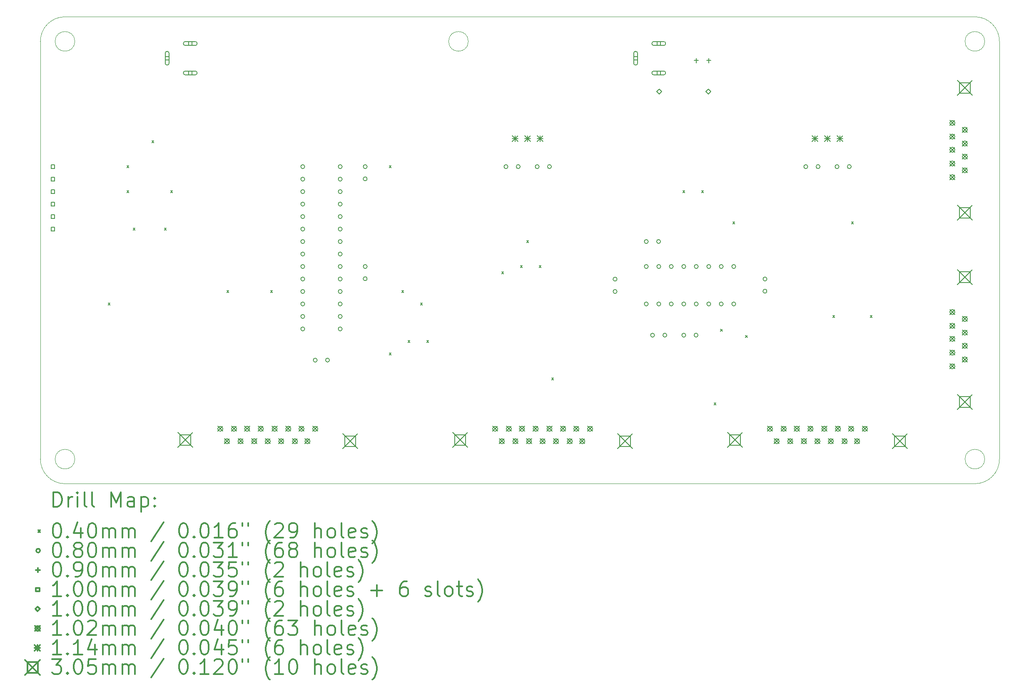
<source format=gbr>
%FSLAX45Y45*%
G04 Gerber Fmt 4.5, Leading zero omitted, Abs format (unit mm)*
G04 Created by KiCad (PCBNEW 4.0.7) date 12/26/17 17:51:14*
%MOMM*%
%LPD*%
G01*
G04 APERTURE LIST*
%ADD10C,0.127000*%
%ADD11C,0.100000*%
%ADD12C,0.200000*%
%ADD13C,0.300000*%
G04 APERTURE END LIST*
D10*
D11*
X12950000Y-6000000D02*
G75*
G03X12950000Y-6000000I-200000J0D01*
G01*
X23450000Y-14500000D02*
G75*
G03X23450000Y-14500000I-200000J0D01*
G01*
X4950000Y-14500000D02*
G75*
G03X4950000Y-14500000I-200000J0D01*
G01*
X4950000Y-6000000D02*
G75*
G03X4950000Y-6000000I-200000J0D01*
G01*
X23450000Y-6000000D02*
G75*
G03X23450000Y-6000000I-200000J0D01*
G01*
X4250000Y-6000000D02*
X4250000Y-14500000D01*
X4750000Y-15000000D02*
X23250000Y-15000000D01*
X23750000Y-14500000D02*
X23750000Y-6000000D01*
X4750000Y-5500000D02*
X23250000Y-5500000D01*
X4250000Y-14500000D02*
G75*
G03X4750000Y-15000000I500000J0D01*
G01*
X23250000Y-15000000D02*
G75*
G03X23750000Y-14500000I0J500000D01*
G01*
X23750000Y-6000000D02*
G75*
G03X23250000Y-5500000I-500000J0D01*
G01*
X4750000Y-5500000D02*
G75*
G03X4250000Y-6000000I0J-500000D01*
G01*
D12*
X5627000Y-11322000D02*
X5667000Y-11362000D01*
X5667000Y-11322000D02*
X5627000Y-11362000D01*
X6008000Y-8528000D02*
X6048000Y-8568000D01*
X6048000Y-8528000D02*
X6008000Y-8568000D01*
X6008000Y-9036000D02*
X6048000Y-9076000D01*
X6048000Y-9036000D02*
X6008000Y-9076000D01*
X6135000Y-9798000D02*
X6175000Y-9838000D01*
X6175000Y-9798000D02*
X6135000Y-9838000D01*
X6516000Y-8020000D02*
X6556000Y-8060000D01*
X6556000Y-8020000D02*
X6516000Y-8060000D01*
X6770000Y-9798000D02*
X6810000Y-9838000D01*
X6810000Y-9798000D02*
X6770000Y-9838000D01*
X6897000Y-9036000D02*
X6937000Y-9076000D01*
X6937000Y-9036000D02*
X6897000Y-9076000D01*
X8040000Y-11068000D02*
X8080000Y-11108000D01*
X8080000Y-11068000D02*
X8040000Y-11108000D01*
X8929000Y-11068000D02*
X8969000Y-11108000D01*
X8969000Y-11068000D02*
X8929000Y-11108000D01*
X11342000Y-8528000D02*
X11382000Y-8568000D01*
X11382000Y-8528000D02*
X11342000Y-8568000D01*
X11342000Y-12338000D02*
X11382000Y-12378000D01*
X11382000Y-12338000D02*
X11342000Y-12378000D01*
X11596000Y-11068000D02*
X11636000Y-11108000D01*
X11636000Y-11068000D02*
X11596000Y-11108000D01*
X11723000Y-12084000D02*
X11763000Y-12124000D01*
X11763000Y-12084000D02*
X11723000Y-12124000D01*
X11977000Y-11322000D02*
X12017000Y-11362000D01*
X12017000Y-11322000D02*
X11977000Y-11362000D01*
X12104000Y-12084000D02*
X12144000Y-12124000D01*
X12144000Y-12084000D02*
X12104000Y-12124000D01*
X13628000Y-10687000D02*
X13668000Y-10727000D01*
X13668000Y-10687000D02*
X13628000Y-10727000D01*
X14009000Y-10560000D02*
X14049000Y-10600000D01*
X14049000Y-10560000D02*
X14009000Y-10600000D01*
X14136000Y-10052000D02*
X14176000Y-10092000D01*
X14176000Y-10052000D02*
X14136000Y-10092000D01*
X14390000Y-10560000D02*
X14430000Y-10600000D01*
X14430000Y-10560000D02*
X14390000Y-10600000D01*
X14644000Y-12846000D02*
X14684000Y-12886000D01*
X14684000Y-12846000D02*
X14644000Y-12886000D01*
X17311000Y-9036000D02*
X17351000Y-9076000D01*
X17351000Y-9036000D02*
X17311000Y-9076000D01*
X17692000Y-9036000D02*
X17732000Y-9076000D01*
X17732000Y-9036000D02*
X17692000Y-9076000D01*
X17946000Y-13354000D02*
X17986000Y-13394000D01*
X17986000Y-13354000D02*
X17946000Y-13394000D01*
X18077500Y-11854500D02*
X18117500Y-11894500D01*
X18117500Y-11854500D02*
X18077500Y-11894500D01*
X18327000Y-9671000D02*
X18367000Y-9711000D01*
X18367000Y-9671000D02*
X18327000Y-9711000D01*
X18585500Y-11981500D02*
X18625500Y-12021500D01*
X18625500Y-11981500D02*
X18585500Y-12021500D01*
X20359000Y-11576000D02*
X20399000Y-11616000D01*
X20399000Y-11576000D02*
X20359000Y-11616000D01*
X20740000Y-9671000D02*
X20780000Y-9711000D01*
X20780000Y-9671000D02*
X20740000Y-9711000D01*
X21121000Y-11576000D02*
X21161000Y-11616000D01*
X21161000Y-11576000D02*
X21121000Y-11616000D01*
X9624000Y-8548000D02*
G75*
G03X9624000Y-8548000I-40000J0D01*
G01*
X9624000Y-8802000D02*
G75*
G03X9624000Y-8802000I-40000J0D01*
G01*
X9624000Y-9056000D02*
G75*
G03X9624000Y-9056000I-40000J0D01*
G01*
X9624000Y-9310000D02*
G75*
G03X9624000Y-9310000I-40000J0D01*
G01*
X9624000Y-9564000D02*
G75*
G03X9624000Y-9564000I-40000J0D01*
G01*
X9624000Y-9818000D02*
G75*
G03X9624000Y-9818000I-40000J0D01*
G01*
X9624000Y-10072000D02*
G75*
G03X9624000Y-10072000I-40000J0D01*
G01*
X9624000Y-10326000D02*
G75*
G03X9624000Y-10326000I-40000J0D01*
G01*
X9624000Y-10580000D02*
G75*
G03X9624000Y-10580000I-40000J0D01*
G01*
X9624000Y-10834000D02*
G75*
G03X9624000Y-10834000I-40000J0D01*
G01*
X9624000Y-11088000D02*
G75*
G03X9624000Y-11088000I-40000J0D01*
G01*
X9624000Y-11342000D02*
G75*
G03X9624000Y-11342000I-40000J0D01*
G01*
X9624000Y-11596000D02*
G75*
G03X9624000Y-11596000I-40000J0D01*
G01*
X9624000Y-11850000D02*
G75*
G03X9624000Y-11850000I-40000J0D01*
G01*
X9878000Y-12485000D02*
G75*
G03X9878000Y-12485000I-40000J0D01*
G01*
X10128000Y-12485000D02*
G75*
G03X10128000Y-12485000I-40000J0D01*
G01*
X10386000Y-8548000D02*
G75*
G03X10386000Y-8548000I-40000J0D01*
G01*
X10386000Y-8802000D02*
G75*
G03X10386000Y-8802000I-40000J0D01*
G01*
X10386000Y-9056000D02*
G75*
G03X10386000Y-9056000I-40000J0D01*
G01*
X10386000Y-9310000D02*
G75*
G03X10386000Y-9310000I-40000J0D01*
G01*
X10386000Y-9564000D02*
G75*
G03X10386000Y-9564000I-40000J0D01*
G01*
X10386000Y-9818000D02*
G75*
G03X10386000Y-9818000I-40000J0D01*
G01*
X10386000Y-10072000D02*
G75*
G03X10386000Y-10072000I-40000J0D01*
G01*
X10386000Y-10326000D02*
G75*
G03X10386000Y-10326000I-40000J0D01*
G01*
X10386000Y-10580000D02*
G75*
G03X10386000Y-10580000I-40000J0D01*
G01*
X10386000Y-10834000D02*
G75*
G03X10386000Y-10834000I-40000J0D01*
G01*
X10386000Y-11088000D02*
G75*
G03X10386000Y-11088000I-40000J0D01*
G01*
X10386000Y-11342000D02*
G75*
G03X10386000Y-11342000I-40000J0D01*
G01*
X10386000Y-11596000D02*
G75*
G03X10386000Y-11596000I-40000J0D01*
G01*
X10386000Y-11850000D02*
G75*
G03X10386000Y-11850000I-40000J0D01*
G01*
X10894000Y-8548000D02*
G75*
G03X10894000Y-8548000I-40000J0D01*
G01*
X10894000Y-8798000D02*
G75*
G03X10894000Y-8798000I-40000J0D01*
G01*
X10894000Y-10580000D02*
G75*
G03X10894000Y-10580000I-40000J0D01*
G01*
X10894000Y-10830000D02*
G75*
G03X10894000Y-10830000I-40000J0D01*
G01*
X13755500Y-8548000D02*
G75*
G03X13755500Y-8548000I-40000J0D01*
G01*
X14005500Y-8548000D02*
G75*
G03X14005500Y-8548000I-40000J0D01*
G01*
X14390500Y-8548000D02*
G75*
G03X14390500Y-8548000I-40000J0D01*
G01*
X14640500Y-8548000D02*
G75*
G03X14640500Y-8548000I-40000J0D01*
G01*
X15974000Y-10838000D02*
G75*
G03X15974000Y-10838000I-40000J0D01*
G01*
X15974000Y-11088000D02*
G75*
G03X15974000Y-11088000I-40000J0D01*
G01*
X16609000Y-10072000D02*
G75*
G03X16609000Y-10072000I-40000J0D01*
G01*
X16609000Y-10580000D02*
G75*
G03X16609000Y-10580000I-40000J0D01*
G01*
X16609000Y-11342000D02*
G75*
G03X16609000Y-11342000I-40000J0D01*
G01*
X16736000Y-11977000D02*
G75*
G03X16736000Y-11977000I-40000J0D01*
G01*
X16859000Y-10072000D02*
G75*
G03X16859000Y-10072000I-40000J0D01*
G01*
X16863000Y-10580000D02*
G75*
G03X16863000Y-10580000I-40000J0D01*
G01*
X16863000Y-11342000D02*
G75*
G03X16863000Y-11342000I-40000J0D01*
G01*
X16986000Y-11977000D02*
G75*
G03X16986000Y-11977000I-40000J0D01*
G01*
X17117000Y-10580000D02*
G75*
G03X17117000Y-10580000I-40000J0D01*
G01*
X17117000Y-11342000D02*
G75*
G03X17117000Y-11342000I-40000J0D01*
G01*
X17371000Y-10580000D02*
G75*
G03X17371000Y-10580000I-40000J0D01*
G01*
X17371000Y-11342000D02*
G75*
G03X17371000Y-11342000I-40000J0D01*
G01*
X17371000Y-11977000D02*
G75*
G03X17371000Y-11977000I-40000J0D01*
G01*
X17621000Y-11977000D02*
G75*
G03X17621000Y-11977000I-40000J0D01*
G01*
X17625000Y-10580000D02*
G75*
G03X17625000Y-10580000I-40000J0D01*
G01*
X17625000Y-11342000D02*
G75*
G03X17625000Y-11342000I-40000J0D01*
G01*
X17879000Y-10580000D02*
G75*
G03X17879000Y-10580000I-40000J0D01*
G01*
X17879000Y-11342000D02*
G75*
G03X17879000Y-11342000I-40000J0D01*
G01*
X18133000Y-10580000D02*
G75*
G03X18133000Y-10580000I-40000J0D01*
G01*
X18133000Y-11342000D02*
G75*
G03X18133000Y-11342000I-40000J0D01*
G01*
X18387000Y-10580000D02*
G75*
G03X18387000Y-10580000I-40000J0D01*
G01*
X18387000Y-11342000D02*
G75*
G03X18387000Y-11342000I-40000J0D01*
G01*
X19022000Y-10834000D02*
G75*
G03X19022000Y-10834000I-40000J0D01*
G01*
X19022000Y-11084000D02*
G75*
G03X19022000Y-11084000I-40000J0D01*
G01*
X19851500Y-8548000D02*
G75*
G03X19851500Y-8548000I-40000J0D01*
G01*
X20101500Y-8548000D02*
G75*
G03X20101500Y-8548000I-40000J0D01*
G01*
X20486500Y-8548000D02*
G75*
G03X20486500Y-8548000I-40000J0D01*
G01*
X20736500Y-8548000D02*
G75*
G03X20736500Y-8548000I-40000J0D01*
G01*
X17585000Y-6344000D02*
X17585000Y-6434000D01*
X17540000Y-6389000D02*
X17630000Y-6389000D01*
X17839000Y-6344000D02*
X17839000Y-6434000D01*
X17794000Y-6389000D02*
X17884000Y-6389000D01*
X4539356Y-8583356D02*
X4539356Y-8512644D01*
X4468644Y-8512644D01*
X4468644Y-8583356D01*
X4539356Y-8583356D01*
X4539356Y-8837356D02*
X4539356Y-8766644D01*
X4468644Y-8766644D01*
X4468644Y-8837356D01*
X4539356Y-8837356D01*
X4539356Y-9091356D02*
X4539356Y-9020644D01*
X4468644Y-9020644D01*
X4468644Y-9091356D01*
X4539356Y-9091356D01*
X4539356Y-9345356D02*
X4539356Y-9274644D01*
X4468644Y-9274644D01*
X4468644Y-9345356D01*
X4539356Y-9345356D01*
X4539356Y-9599356D02*
X4539356Y-9528644D01*
X4468644Y-9528644D01*
X4468644Y-9599356D01*
X4539356Y-9599356D01*
X4539356Y-9853356D02*
X4539356Y-9782644D01*
X4468644Y-9782644D01*
X4468644Y-9853356D01*
X4539356Y-9853356D01*
X6863356Y-6378356D02*
X6863356Y-6307644D01*
X6792644Y-6307644D01*
X6792644Y-6378356D01*
X6863356Y-6378356D01*
X6788000Y-6243000D02*
X6788000Y-6443000D01*
X6868000Y-6243000D02*
X6868000Y-6443000D01*
X6788000Y-6443000D02*
G75*
G03X6868000Y-6443000I40000J0D01*
G01*
X6868000Y-6243000D02*
G75*
G03X6788000Y-6243000I-40000J0D01*
G01*
X7333356Y-6078356D02*
X7333356Y-6007644D01*
X7262644Y-6007644D01*
X7262644Y-6078356D01*
X7333356Y-6078356D01*
X7398000Y-6003000D02*
X7198000Y-6003000D01*
X7398000Y-6083000D02*
X7198000Y-6083000D01*
X7198000Y-6003000D02*
G75*
G03X7198000Y-6083000I0J-40000D01*
G01*
X7398000Y-6083000D02*
G75*
G03X7398000Y-6003000I0J40000D01*
G01*
X7333356Y-6678356D02*
X7333356Y-6607644D01*
X7262644Y-6607644D01*
X7262644Y-6678356D01*
X7333356Y-6678356D01*
X7398000Y-6603000D02*
X7198000Y-6603000D01*
X7398000Y-6683000D02*
X7198000Y-6683000D01*
X7198000Y-6603000D02*
G75*
G03X7198000Y-6683000I0J-40000D01*
G01*
X7398000Y-6683000D02*
G75*
G03X7398000Y-6603000I0J40000D01*
G01*
X16388356Y-6378356D02*
X16388356Y-6307644D01*
X16317644Y-6307644D01*
X16317644Y-6378356D01*
X16388356Y-6378356D01*
X16313000Y-6243000D02*
X16313000Y-6443000D01*
X16393000Y-6243000D02*
X16393000Y-6443000D01*
X16313000Y-6443000D02*
G75*
G03X16393000Y-6443000I40000J0D01*
G01*
X16393000Y-6243000D02*
G75*
G03X16313000Y-6243000I-40000J0D01*
G01*
X16858356Y-6078356D02*
X16858356Y-6007644D01*
X16787644Y-6007644D01*
X16787644Y-6078356D01*
X16858356Y-6078356D01*
X16923000Y-6003000D02*
X16723000Y-6003000D01*
X16923000Y-6083000D02*
X16723000Y-6083000D01*
X16723000Y-6003000D02*
G75*
G03X16723000Y-6083000I0J-40000D01*
G01*
X16923000Y-6083000D02*
G75*
G03X16923000Y-6003000I0J40000D01*
G01*
X16858356Y-6678356D02*
X16858356Y-6607644D01*
X16787644Y-6607644D01*
X16787644Y-6678356D01*
X16858356Y-6678356D01*
X16923000Y-6603000D02*
X16723000Y-6603000D01*
X16923000Y-6683000D02*
X16723000Y-6683000D01*
X16723000Y-6603000D02*
G75*
G03X16723000Y-6683000I0J-40000D01*
G01*
X16923000Y-6683000D02*
G75*
G03X16923000Y-6603000I0J40000D01*
G01*
X16830874Y-7074038D02*
X16880912Y-7024000D01*
X16830874Y-6973962D01*
X16780836Y-7024000D01*
X16830874Y-7074038D01*
X17831126Y-7074038D02*
X17881164Y-7024000D01*
X17831126Y-6973962D01*
X17781088Y-7024000D01*
X17831126Y-7074038D01*
X7857000Y-13831000D02*
X7959000Y-13933000D01*
X7959000Y-13831000D02*
X7857000Y-13933000D01*
X7959000Y-13882000D02*
G75*
G03X7959000Y-13882000I-51000J0D01*
G01*
X7994000Y-14085000D02*
X8096000Y-14187000D01*
X8096000Y-14085000D02*
X7994000Y-14187000D01*
X8096000Y-14136000D02*
G75*
G03X8096000Y-14136000I-51000J0D01*
G01*
X8136000Y-13831000D02*
X8238000Y-13933000D01*
X8238000Y-13831000D02*
X8136000Y-13933000D01*
X8238000Y-13882000D02*
G75*
G03X8238000Y-13882000I-51000J0D01*
G01*
X8268000Y-14085000D02*
X8370000Y-14187000D01*
X8370000Y-14085000D02*
X8268000Y-14187000D01*
X8370000Y-14136000D02*
G75*
G03X8370000Y-14136000I-51000J0D01*
G01*
X8403000Y-13831000D02*
X8505000Y-13933000D01*
X8505000Y-13831000D02*
X8403000Y-13933000D01*
X8505000Y-13882000D02*
G75*
G03X8505000Y-13882000I-51000J0D01*
G01*
X8547000Y-14085000D02*
X8649000Y-14187000D01*
X8649000Y-14085000D02*
X8547000Y-14187000D01*
X8649000Y-14136000D02*
G75*
G03X8649000Y-14136000I-51000J0D01*
G01*
X8682000Y-13831000D02*
X8784000Y-13933000D01*
X8784000Y-13831000D02*
X8682000Y-13933000D01*
X8784000Y-13882000D02*
G75*
G03X8784000Y-13882000I-51000J0D01*
G01*
X8822000Y-14085000D02*
X8924000Y-14187000D01*
X8924000Y-14085000D02*
X8822000Y-14187000D01*
X8924000Y-14136000D02*
G75*
G03X8924000Y-14136000I-51000J0D01*
G01*
X8962000Y-13831000D02*
X9064000Y-13933000D01*
X9064000Y-13831000D02*
X8962000Y-13933000D01*
X9064000Y-13882000D02*
G75*
G03X9064000Y-13882000I-51000J0D01*
G01*
X9096000Y-14085000D02*
X9198000Y-14187000D01*
X9198000Y-14085000D02*
X9096000Y-14187000D01*
X9198000Y-14136000D02*
G75*
G03X9198000Y-14136000I-51000J0D01*
G01*
X9241000Y-13831000D02*
X9343000Y-13933000D01*
X9343000Y-13831000D02*
X9241000Y-13933000D01*
X9343000Y-13882000D02*
G75*
G03X9343000Y-13882000I-51000J0D01*
G01*
X9376000Y-14085000D02*
X9478000Y-14187000D01*
X9478000Y-14085000D02*
X9376000Y-14187000D01*
X9478000Y-14136000D02*
G75*
G03X9478000Y-14136000I-51000J0D01*
G01*
X9508000Y-13831000D02*
X9610000Y-13933000D01*
X9610000Y-13831000D02*
X9508000Y-13933000D01*
X9610000Y-13882000D02*
G75*
G03X9610000Y-13882000I-51000J0D01*
G01*
X9630000Y-14085000D02*
X9732000Y-14187000D01*
X9732000Y-14085000D02*
X9630000Y-14187000D01*
X9732000Y-14136000D02*
G75*
G03X9732000Y-14136000I-51000J0D01*
G01*
X9787000Y-13831000D02*
X9889000Y-13933000D01*
X9889000Y-13831000D02*
X9787000Y-13933000D01*
X9889000Y-13882000D02*
G75*
G03X9889000Y-13882000I-51000J0D01*
G01*
X13445000Y-13831000D02*
X13547000Y-13933000D01*
X13547000Y-13831000D02*
X13445000Y-13933000D01*
X13547000Y-13882000D02*
G75*
G03X13547000Y-13882000I-51000J0D01*
G01*
X13582000Y-14085000D02*
X13684000Y-14187000D01*
X13684000Y-14085000D02*
X13582000Y-14187000D01*
X13684000Y-14136000D02*
G75*
G03X13684000Y-14136000I-51000J0D01*
G01*
X13724000Y-13831000D02*
X13826000Y-13933000D01*
X13826000Y-13831000D02*
X13724000Y-13933000D01*
X13826000Y-13882000D02*
G75*
G03X13826000Y-13882000I-51000J0D01*
G01*
X13856000Y-14085000D02*
X13958000Y-14187000D01*
X13958000Y-14085000D02*
X13856000Y-14187000D01*
X13958000Y-14136000D02*
G75*
G03X13958000Y-14136000I-51000J0D01*
G01*
X13991000Y-13831000D02*
X14093000Y-13933000D01*
X14093000Y-13831000D02*
X13991000Y-13933000D01*
X14093000Y-13882000D02*
G75*
G03X14093000Y-13882000I-51000J0D01*
G01*
X14135000Y-14085000D02*
X14237000Y-14187000D01*
X14237000Y-14085000D02*
X14135000Y-14187000D01*
X14237000Y-14136000D02*
G75*
G03X14237000Y-14136000I-51000J0D01*
G01*
X14270000Y-13831000D02*
X14372000Y-13933000D01*
X14372000Y-13831000D02*
X14270000Y-13933000D01*
X14372000Y-13882000D02*
G75*
G03X14372000Y-13882000I-51000J0D01*
G01*
X14410000Y-14085000D02*
X14512000Y-14187000D01*
X14512000Y-14085000D02*
X14410000Y-14187000D01*
X14512000Y-14136000D02*
G75*
G03X14512000Y-14136000I-51000J0D01*
G01*
X14550000Y-13831000D02*
X14652000Y-13933000D01*
X14652000Y-13831000D02*
X14550000Y-13933000D01*
X14652000Y-13882000D02*
G75*
G03X14652000Y-13882000I-51000J0D01*
G01*
X14684000Y-14085000D02*
X14786000Y-14187000D01*
X14786000Y-14085000D02*
X14684000Y-14187000D01*
X14786000Y-14136000D02*
G75*
G03X14786000Y-14136000I-51000J0D01*
G01*
X14829000Y-13831000D02*
X14931000Y-13933000D01*
X14931000Y-13831000D02*
X14829000Y-13933000D01*
X14931000Y-13882000D02*
G75*
G03X14931000Y-13882000I-51000J0D01*
G01*
X14964000Y-14085000D02*
X15066000Y-14187000D01*
X15066000Y-14085000D02*
X14964000Y-14187000D01*
X15066000Y-14136000D02*
G75*
G03X15066000Y-14136000I-51000J0D01*
G01*
X15096000Y-13831000D02*
X15198000Y-13933000D01*
X15198000Y-13831000D02*
X15096000Y-13933000D01*
X15198000Y-13882000D02*
G75*
G03X15198000Y-13882000I-51000J0D01*
G01*
X15218000Y-14085000D02*
X15320000Y-14187000D01*
X15320000Y-14085000D02*
X15218000Y-14187000D01*
X15320000Y-14136000D02*
G75*
G03X15320000Y-14136000I-51000J0D01*
G01*
X15375000Y-13831000D02*
X15477000Y-13933000D01*
X15477000Y-13831000D02*
X15375000Y-13933000D01*
X15477000Y-13882000D02*
G75*
G03X15477000Y-13882000I-51000J0D01*
G01*
X19033000Y-13831000D02*
X19135000Y-13933000D01*
X19135000Y-13831000D02*
X19033000Y-13933000D01*
X19135000Y-13882000D02*
G75*
G03X19135000Y-13882000I-51000J0D01*
G01*
X19170000Y-14085000D02*
X19272000Y-14187000D01*
X19272000Y-14085000D02*
X19170000Y-14187000D01*
X19272000Y-14136000D02*
G75*
G03X19272000Y-14136000I-51000J0D01*
G01*
X19312000Y-13831000D02*
X19414000Y-13933000D01*
X19414000Y-13831000D02*
X19312000Y-13933000D01*
X19414000Y-13882000D02*
G75*
G03X19414000Y-13882000I-51000J0D01*
G01*
X19444000Y-14085000D02*
X19546000Y-14187000D01*
X19546000Y-14085000D02*
X19444000Y-14187000D01*
X19546000Y-14136000D02*
G75*
G03X19546000Y-14136000I-51000J0D01*
G01*
X19579000Y-13831000D02*
X19681000Y-13933000D01*
X19681000Y-13831000D02*
X19579000Y-13933000D01*
X19681000Y-13882000D02*
G75*
G03X19681000Y-13882000I-51000J0D01*
G01*
X19723000Y-14085000D02*
X19825000Y-14187000D01*
X19825000Y-14085000D02*
X19723000Y-14187000D01*
X19825000Y-14136000D02*
G75*
G03X19825000Y-14136000I-51000J0D01*
G01*
X19858000Y-13831000D02*
X19960000Y-13933000D01*
X19960000Y-13831000D02*
X19858000Y-13933000D01*
X19960000Y-13882000D02*
G75*
G03X19960000Y-13882000I-51000J0D01*
G01*
X19998000Y-14085000D02*
X20100000Y-14187000D01*
X20100000Y-14085000D02*
X19998000Y-14187000D01*
X20100000Y-14136000D02*
G75*
G03X20100000Y-14136000I-51000J0D01*
G01*
X20138000Y-13831000D02*
X20240000Y-13933000D01*
X20240000Y-13831000D02*
X20138000Y-13933000D01*
X20240000Y-13882000D02*
G75*
G03X20240000Y-13882000I-51000J0D01*
G01*
X20272000Y-14085000D02*
X20374000Y-14187000D01*
X20374000Y-14085000D02*
X20272000Y-14187000D01*
X20374000Y-14136000D02*
G75*
G03X20374000Y-14136000I-51000J0D01*
G01*
X20417000Y-13831000D02*
X20519000Y-13933000D01*
X20519000Y-13831000D02*
X20417000Y-13933000D01*
X20519000Y-13882000D02*
G75*
G03X20519000Y-13882000I-51000J0D01*
G01*
X20552000Y-14085000D02*
X20654000Y-14187000D01*
X20654000Y-14085000D02*
X20552000Y-14187000D01*
X20654000Y-14136000D02*
G75*
G03X20654000Y-14136000I-51000J0D01*
G01*
X20684000Y-13831000D02*
X20786000Y-13933000D01*
X20786000Y-13831000D02*
X20684000Y-13933000D01*
X20786000Y-13882000D02*
G75*
G03X20786000Y-13882000I-51000J0D01*
G01*
X20806000Y-14085000D02*
X20908000Y-14187000D01*
X20908000Y-14085000D02*
X20806000Y-14187000D01*
X20908000Y-14136000D02*
G75*
G03X20908000Y-14136000I-51000J0D01*
G01*
X20963000Y-13831000D02*
X21065000Y-13933000D01*
X21065000Y-13831000D02*
X20963000Y-13933000D01*
X21065000Y-13882000D02*
G75*
G03X21065000Y-13882000I-51000J0D01*
G01*
X22741000Y-7608000D02*
X22843000Y-7710000D01*
X22843000Y-7608000D02*
X22741000Y-7710000D01*
X22843000Y-7659000D02*
G75*
G03X22843000Y-7659000I-51000J0D01*
G01*
X22741000Y-7887000D02*
X22843000Y-7989000D01*
X22843000Y-7887000D02*
X22741000Y-7989000D01*
X22843000Y-7938000D02*
G75*
G03X22843000Y-7938000I-51000J0D01*
G01*
X22741000Y-8154000D02*
X22843000Y-8256000D01*
X22843000Y-8154000D02*
X22741000Y-8256000D01*
X22843000Y-8205000D02*
G75*
G03X22843000Y-8205000I-51000J0D01*
G01*
X22741000Y-8434000D02*
X22843000Y-8536000D01*
X22843000Y-8434000D02*
X22741000Y-8536000D01*
X22843000Y-8485000D02*
G75*
G03X22843000Y-8485000I-51000J0D01*
G01*
X22741000Y-8713000D02*
X22843000Y-8815000D01*
X22843000Y-8713000D02*
X22741000Y-8815000D01*
X22843000Y-8764000D02*
G75*
G03X22843000Y-8764000I-51000J0D01*
G01*
X22741000Y-11456000D02*
X22843000Y-11558000D01*
X22843000Y-11456000D02*
X22741000Y-11558000D01*
X22843000Y-11507000D02*
G75*
G03X22843000Y-11507000I-51000J0D01*
G01*
X22741000Y-11736000D02*
X22843000Y-11838000D01*
X22843000Y-11736000D02*
X22741000Y-11838000D01*
X22843000Y-11787000D02*
G75*
G03X22843000Y-11787000I-51000J0D01*
G01*
X22741000Y-12002000D02*
X22843000Y-12104000D01*
X22843000Y-12002000D02*
X22741000Y-12104000D01*
X22843000Y-12053000D02*
G75*
G03X22843000Y-12053000I-51000J0D01*
G01*
X22741000Y-12282000D02*
X22843000Y-12384000D01*
X22843000Y-12282000D02*
X22741000Y-12384000D01*
X22843000Y-12333000D02*
G75*
G03X22843000Y-12333000I-51000J0D01*
G01*
X22741000Y-12561000D02*
X22843000Y-12663000D01*
X22843000Y-12561000D02*
X22741000Y-12663000D01*
X22843000Y-12612000D02*
G75*
G03X22843000Y-12612000I-51000J0D01*
G01*
X22995000Y-7748000D02*
X23097000Y-7850000D01*
X23097000Y-7748000D02*
X22995000Y-7850000D01*
X23097000Y-7799000D02*
G75*
G03X23097000Y-7799000I-51000J0D01*
G01*
X22995000Y-8027000D02*
X23097000Y-8129000D01*
X23097000Y-8027000D02*
X22995000Y-8129000D01*
X23097000Y-8078000D02*
G75*
G03X23097000Y-8078000I-51000J0D01*
G01*
X22995000Y-8294000D02*
X23097000Y-8396000D01*
X23097000Y-8294000D02*
X22995000Y-8396000D01*
X23097000Y-8345000D02*
G75*
G03X23097000Y-8345000I-51000J0D01*
G01*
X22995000Y-8573000D02*
X23097000Y-8675000D01*
X23097000Y-8573000D02*
X22995000Y-8675000D01*
X23097000Y-8624000D02*
G75*
G03X23097000Y-8624000I-51000J0D01*
G01*
X22995000Y-11596000D02*
X23097000Y-11698000D01*
X23097000Y-11596000D02*
X22995000Y-11698000D01*
X23097000Y-11647000D02*
G75*
G03X23097000Y-11647000I-51000J0D01*
G01*
X22995000Y-11875000D02*
X23097000Y-11977000D01*
X23097000Y-11875000D02*
X22995000Y-11977000D01*
X23097000Y-11926000D02*
G75*
G03X23097000Y-11926000I-51000J0D01*
G01*
X22995000Y-12142000D02*
X23097000Y-12244000D01*
X23097000Y-12142000D02*
X22995000Y-12244000D01*
X23097000Y-12193000D02*
G75*
G03X23097000Y-12193000I-51000J0D01*
G01*
X22995000Y-12421000D02*
X23097000Y-12523000D01*
X23097000Y-12421000D02*
X22995000Y-12523000D01*
X23097000Y-12472000D02*
G75*
G03X23097000Y-12472000I-51000J0D01*
G01*
X13844850Y-7919350D02*
X13959150Y-8033650D01*
X13959150Y-7919350D02*
X13844850Y-8033650D01*
X13902000Y-7919350D02*
X13902000Y-8033650D01*
X13844850Y-7976500D02*
X13959150Y-7976500D01*
X14098850Y-7919350D02*
X14213150Y-8033650D01*
X14213150Y-7919350D02*
X14098850Y-8033650D01*
X14156000Y-7919350D02*
X14156000Y-8033650D01*
X14098850Y-7976500D02*
X14213150Y-7976500D01*
X14352850Y-7919350D02*
X14467150Y-8033650D01*
X14467150Y-7919350D02*
X14352850Y-8033650D01*
X14410000Y-7919350D02*
X14410000Y-8033650D01*
X14352850Y-7976500D02*
X14467150Y-7976500D01*
X19940850Y-7919350D02*
X20055150Y-8033650D01*
X20055150Y-7919350D02*
X19940850Y-8033650D01*
X19998000Y-7919350D02*
X19998000Y-8033650D01*
X19940850Y-7976500D02*
X20055150Y-7976500D01*
X20194850Y-7919350D02*
X20309150Y-8033650D01*
X20309150Y-7919350D02*
X20194850Y-8033650D01*
X20252000Y-7919350D02*
X20252000Y-8033650D01*
X20194850Y-7976500D02*
X20309150Y-7976500D01*
X20448850Y-7919350D02*
X20563150Y-8033650D01*
X20563150Y-7919350D02*
X20448850Y-8033650D01*
X20506000Y-7919350D02*
X20506000Y-8033650D01*
X20448850Y-7976500D02*
X20563150Y-7976500D01*
X7043500Y-13958500D02*
X7348500Y-14263500D01*
X7348500Y-13958500D02*
X7043500Y-14263500D01*
X7303835Y-14218835D02*
X7303835Y-14003165D01*
X7088165Y-14003165D01*
X7088165Y-14218835D01*
X7303835Y-14218835D01*
X10396500Y-13983500D02*
X10701500Y-14288500D01*
X10701500Y-13983500D02*
X10396500Y-14288500D01*
X10656835Y-14243835D02*
X10656835Y-14028165D01*
X10441165Y-14028165D01*
X10441165Y-14243835D01*
X10656835Y-14243835D01*
X12631500Y-13958500D02*
X12936500Y-14263500D01*
X12936500Y-13958500D02*
X12631500Y-14263500D01*
X12891835Y-14218835D02*
X12891835Y-14003165D01*
X12676165Y-14003165D01*
X12676165Y-14218835D01*
X12891835Y-14218835D01*
X15984500Y-13983500D02*
X16289500Y-14288500D01*
X16289500Y-13983500D02*
X15984500Y-14288500D01*
X16244835Y-14243835D02*
X16244835Y-14028165D01*
X16029165Y-14028165D01*
X16029165Y-14243835D01*
X16244835Y-14243835D01*
X18219500Y-13958500D02*
X18524500Y-14263500D01*
X18524500Y-13958500D02*
X18219500Y-14263500D01*
X18479835Y-14218835D02*
X18479835Y-14003165D01*
X18264165Y-14003165D01*
X18264165Y-14218835D01*
X18479835Y-14218835D01*
X21572500Y-13983500D02*
X21877500Y-14288500D01*
X21877500Y-13983500D02*
X21572500Y-14288500D01*
X21832835Y-14243835D02*
X21832835Y-14028165D01*
X21617165Y-14028165D01*
X21617165Y-14243835D01*
X21832835Y-14243835D01*
X22893500Y-6795500D02*
X23198500Y-7100500D01*
X23198500Y-6795500D02*
X22893500Y-7100500D01*
X23153835Y-7055835D02*
X23153835Y-6840165D01*
X22938165Y-6840165D01*
X22938165Y-7055835D01*
X23153835Y-7055835D01*
X22893500Y-9335500D02*
X23198500Y-9640500D01*
X23198500Y-9335500D02*
X22893500Y-9640500D01*
X23153835Y-9595835D02*
X23153835Y-9380165D01*
X22938165Y-9380165D01*
X22938165Y-9595835D01*
X23153835Y-9595835D01*
X22893500Y-10643500D02*
X23198500Y-10948500D01*
X23198500Y-10643500D02*
X22893500Y-10948500D01*
X23153835Y-10903835D02*
X23153835Y-10688165D01*
X22938165Y-10688165D01*
X22938165Y-10903835D01*
X23153835Y-10903835D01*
X22893500Y-13183500D02*
X23198500Y-13488500D01*
X23198500Y-13183500D02*
X22893500Y-13488500D01*
X23153835Y-13443835D02*
X23153835Y-13228165D01*
X22938165Y-13228165D01*
X22938165Y-13443835D01*
X23153835Y-13443835D01*
D13*
X4516429Y-15470714D02*
X4516429Y-15170714D01*
X4587857Y-15170714D01*
X4630714Y-15185000D01*
X4659286Y-15213571D01*
X4673571Y-15242143D01*
X4687857Y-15299286D01*
X4687857Y-15342143D01*
X4673571Y-15399286D01*
X4659286Y-15427857D01*
X4630714Y-15456429D01*
X4587857Y-15470714D01*
X4516429Y-15470714D01*
X4816429Y-15470714D02*
X4816429Y-15270714D01*
X4816429Y-15327857D02*
X4830714Y-15299286D01*
X4845000Y-15285000D01*
X4873571Y-15270714D01*
X4902143Y-15270714D01*
X5002143Y-15470714D02*
X5002143Y-15270714D01*
X5002143Y-15170714D02*
X4987857Y-15185000D01*
X5002143Y-15199286D01*
X5016429Y-15185000D01*
X5002143Y-15170714D01*
X5002143Y-15199286D01*
X5187857Y-15470714D02*
X5159286Y-15456429D01*
X5145000Y-15427857D01*
X5145000Y-15170714D01*
X5345000Y-15470714D02*
X5316429Y-15456429D01*
X5302143Y-15427857D01*
X5302143Y-15170714D01*
X5687857Y-15470714D02*
X5687857Y-15170714D01*
X5787857Y-15385000D01*
X5887857Y-15170714D01*
X5887857Y-15470714D01*
X6159286Y-15470714D02*
X6159286Y-15313571D01*
X6145000Y-15285000D01*
X6116428Y-15270714D01*
X6059286Y-15270714D01*
X6030714Y-15285000D01*
X6159286Y-15456429D02*
X6130714Y-15470714D01*
X6059286Y-15470714D01*
X6030714Y-15456429D01*
X6016428Y-15427857D01*
X6016428Y-15399286D01*
X6030714Y-15370714D01*
X6059286Y-15356429D01*
X6130714Y-15356429D01*
X6159286Y-15342143D01*
X6302143Y-15270714D02*
X6302143Y-15570714D01*
X6302143Y-15285000D02*
X6330714Y-15270714D01*
X6387857Y-15270714D01*
X6416428Y-15285000D01*
X6430714Y-15299286D01*
X6445000Y-15327857D01*
X6445000Y-15413571D01*
X6430714Y-15442143D01*
X6416428Y-15456429D01*
X6387857Y-15470714D01*
X6330714Y-15470714D01*
X6302143Y-15456429D01*
X6573571Y-15442143D02*
X6587857Y-15456429D01*
X6573571Y-15470714D01*
X6559286Y-15456429D01*
X6573571Y-15442143D01*
X6573571Y-15470714D01*
X6573571Y-15285000D02*
X6587857Y-15299286D01*
X6573571Y-15313571D01*
X6559286Y-15299286D01*
X6573571Y-15285000D01*
X6573571Y-15313571D01*
X4205000Y-15945000D02*
X4245000Y-15985000D01*
X4245000Y-15945000D02*
X4205000Y-15985000D01*
X4573571Y-15800714D02*
X4602143Y-15800714D01*
X4630714Y-15815000D01*
X4645000Y-15829286D01*
X4659286Y-15857857D01*
X4673571Y-15915000D01*
X4673571Y-15986429D01*
X4659286Y-16043571D01*
X4645000Y-16072143D01*
X4630714Y-16086429D01*
X4602143Y-16100714D01*
X4573571Y-16100714D01*
X4545000Y-16086429D01*
X4530714Y-16072143D01*
X4516429Y-16043571D01*
X4502143Y-15986429D01*
X4502143Y-15915000D01*
X4516429Y-15857857D01*
X4530714Y-15829286D01*
X4545000Y-15815000D01*
X4573571Y-15800714D01*
X4802143Y-16072143D02*
X4816429Y-16086429D01*
X4802143Y-16100714D01*
X4787857Y-16086429D01*
X4802143Y-16072143D01*
X4802143Y-16100714D01*
X5073571Y-15900714D02*
X5073571Y-16100714D01*
X5002143Y-15786429D02*
X4930714Y-16000714D01*
X5116428Y-16000714D01*
X5287857Y-15800714D02*
X5316429Y-15800714D01*
X5345000Y-15815000D01*
X5359286Y-15829286D01*
X5373571Y-15857857D01*
X5387857Y-15915000D01*
X5387857Y-15986429D01*
X5373571Y-16043571D01*
X5359286Y-16072143D01*
X5345000Y-16086429D01*
X5316429Y-16100714D01*
X5287857Y-16100714D01*
X5259286Y-16086429D01*
X5245000Y-16072143D01*
X5230714Y-16043571D01*
X5216429Y-15986429D01*
X5216429Y-15915000D01*
X5230714Y-15857857D01*
X5245000Y-15829286D01*
X5259286Y-15815000D01*
X5287857Y-15800714D01*
X5516429Y-16100714D02*
X5516429Y-15900714D01*
X5516429Y-15929286D02*
X5530714Y-15915000D01*
X5559286Y-15900714D01*
X5602143Y-15900714D01*
X5630714Y-15915000D01*
X5645000Y-15943571D01*
X5645000Y-16100714D01*
X5645000Y-15943571D02*
X5659286Y-15915000D01*
X5687857Y-15900714D01*
X5730714Y-15900714D01*
X5759286Y-15915000D01*
X5773571Y-15943571D01*
X5773571Y-16100714D01*
X5916428Y-16100714D02*
X5916428Y-15900714D01*
X5916428Y-15929286D02*
X5930714Y-15915000D01*
X5959286Y-15900714D01*
X6002143Y-15900714D01*
X6030714Y-15915000D01*
X6045000Y-15943571D01*
X6045000Y-16100714D01*
X6045000Y-15943571D02*
X6059286Y-15915000D01*
X6087857Y-15900714D01*
X6130714Y-15900714D01*
X6159286Y-15915000D01*
X6173571Y-15943571D01*
X6173571Y-16100714D01*
X6759286Y-15786429D02*
X6502143Y-16172143D01*
X7145000Y-15800714D02*
X7173571Y-15800714D01*
X7202143Y-15815000D01*
X7216428Y-15829286D01*
X7230714Y-15857857D01*
X7245000Y-15915000D01*
X7245000Y-15986429D01*
X7230714Y-16043571D01*
X7216428Y-16072143D01*
X7202143Y-16086429D01*
X7173571Y-16100714D01*
X7145000Y-16100714D01*
X7116428Y-16086429D01*
X7102143Y-16072143D01*
X7087857Y-16043571D01*
X7073571Y-15986429D01*
X7073571Y-15915000D01*
X7087857Y-15857857D01*
X7102143Y-15829286D01*
X7116428Y-15815000D01*
X7145000Y-15800714D01*
X7373571Y-16072143D02*
X7387857Y-16086429D01*
X7373571Y-16100714D01*
X7359286Y-16086429D01*
X7373571Y-16072143D01*
X7373571Y-16100714D01*
X7573571Y-15800714D02*
X7602143Y-15800714D01*
X7630714Y-15815000D01*
X7645000Y-15829286D01*
X7659285Y-15857857D01*
X7673571Y-15915000D01*
X7673571Y-15986429D01*
X7659285Y-16043571D01*
X7645000Y-16072143D01*
X7630714Y-16086429D01*
X7602143Y-16100714D01*
X7573571Y-16100714D01*
X7545000Y-16086429D01*
X7530714Y-16072143D01*
X7516428Y-16043571D01*
X7502143Y-15986429D01*
X7502143Y-15915000D01*
X7516428Y-15857857D01*
X7530714Y-15829286D01*
X7545000Y-15815000D01*
X7573571Y-15800714D01*
X7959285Y-16100714D02*
X7787857Y-16100714D01*
X7873571Y-16100714D02*
X7873571Y-15800714D01*
X7845000Y-15843571D01*
X7816428Y-15872143D01*
X7787857Y-15886429D01*
X8216428Y-15800714D02*
X8159285Y-15800714D01*
X8130714Y-15815000D01*
X8116428Y-15829286D01*
X8087857Y-15872143D01*
X8073571Y-15929286D01*
X8073571Y-16043571D01*
X8087857Y-16072143D01*
X8102143Y-16086429D01*
X8130714Y-16100714D01*
X8187857Y-16100714D01*
X8216428Y-16086429D01*
X8230714Y-16072143D01*
X8245000Y-16043571D01*
X8245000Y-15972143D01*
X8230714Y-15943571D01*
X8216428Y-15929286D01*
X8187857Y-15915000D01*
X8130714Y-15915000D01*
X8102143Y-15929286D01*
X8087857Y-15943571D01*
X8073571Y-15972143D01*
X8359286Y-15800714D02*
X8359286Y-15857857D01*
X8473571Y-15800714D02*
X8473571Y-15857857D01*
X8916428Y-16215000D02*
X8902143Y-16200714D01*
X8873571Y-16157857D01*
X8859286Y-16129286D01*
X8845000Y-16086429D01*
X8830714Y-16015000D01*
X8830714Y-15957857D01*
X8845000Y-15886429D01*
X8859286Y-15843571D01*
X8873571Y-15815000D01*
X8902143Y-15772143D01*
X8916428Y-15757857D01*
X9016428Y-15829286D02*
X9030714Y-15815000D01*
X9059286Y-15800714D01*
X9130714Y-15800714D01*
X9159286Y-15815000D01*
X9173571Y-15829286D01*
X9187857Y-15857857D01*
X9187857Y-15886429D01*
X9173571Y-15929286D01*
X9002143Y-16100714D01*
X9187857Y-16100714D01*
X9330714Y-16100714D02*
X9387857Y-16100714D01*
X9416428Y-16086429D01*
X9430714Y-16072143D01*
X9459286Y-16029286D01*
X9473571Y-15972143D01*
X9473571Y-15857857D01*
X9459286Y-15829286D01*
X9445000Y-15815000D01*
X9416428Y-15800714D01*
X9359286Y-15800714D01*
X9330714Y-15815000D01*
X9316428Y-15829286D01*
X9302143Y-15857857D01*
X9302143Y-15929286D01*
X9316428Y-15957857D01*
X9330714Y-15972143D01*
X9359286Y-15986429D01*
X9416428Y-15986429D01*
X9445000Y-15972143D01*
X9459286Y-15957857D01*
X9473571Y-15929286D01*
X9830714Y-16100714D02*
X9830714Y-15800714D01*
X9959286Y-16100714D02*
X9959286Y-15943571D01*
X9945000Y-15915000D01*
X9916428Y-15900714D01*
X9873571Y-15900714D01*
X9845000Y-15915000D01*
X9830714Y-15929286D01*
X10145000Y-16100714D02*
X10116428Y-16086429D01*
X10102143Y-16072143D01*
X10087857Y-16043571D01*
X10087857Y-15957857D01*
X10102143Y-15929286D01*
X10116428Y-15915000D01*
X10145000Y-15900714D01*
X10187857Y-15900714D01*
X10216428Y-15915000D01*
X10230714Y-15929286D01*
X10245000Y-15957857D01*
X10245000Y-16043571D01*
X10230714Y-16072143D01*
X10216428Y-16086429D01*
X10187857Y-16100714D01*
X10145000Y-16100714D01*
X10416428Y-16100714D02*
X10387857Y-16086429D01*
X10373571Y-16057857D01*
X10373571Y-15800714D01*
X10645000Y-16086429D02*
X10616429Y-16100714D01*
X10559286Y-16100714D01*
X10530714Y-16086429D01*
X10516429Y-16057857D01*
X10516429Y-15943571D01*
X10530714Y-15915000D01*
X10559286Y-15900714D01*
X10616429Y-15900714D01*
X10645000Y-15915000D01*
X10659286Y-15943571D01*
X10659286Y-15972143D01*
X10516429Y-16000714D01*
X10773571Y-16086429D02*
X10802143Y-16100714D01*
X10859286Y-16100714D01*
X10887857Y-16086429D01*
X10902143Y-16057857D01*
X10902143Y-16043571D01*
X10887857Y-16015000D01*
X10859286Y-16000714D01*
X10816429Y-16000714D01*
X10787857Y-15986429D01*
X10773571Y-15957857D01*
X10773571Y-15943571D01*
X10787857Y-15915000D01*
X10816429Y-15900714D01*
X10859286Y-15900714D01*
X10887857Y-15915000D01*
X11002143Y-16215000D02*
X11016429Y-16200714D01*
X11045000Y-16157857D01*
X11059286Y-16129286D01*
X11073571Y-16086429D01*
X11087857Y-16015000D01*
X11087857Y-15957857D01*
X11073571Y-15886429D01*
X11059286Y-15843571D01*
X11045000Y-15815000D01*
X11016429Y-15772143D01*
X11002143Y-15757857D01*
X4245000Y-16361000D02*
G75*
G03X4245000Y-16361000I-40000J0D01*
G01*
X4573571Y-16196714D02*
X4602143Y-16196714D01*
X4630714Y-16211000D01*
X4645000Y-16225286D01*
X4659286Y-16253857D01*
X4673571Y-16311000D01*
X4673571Y-16382429D01*
X4659286Y-16439571D01*
X4645000Y-16468143D01*
X4630714Y-16482429D01*
X4602143Y-16496714D01*
X4573571Y-16496714D01*
X4545000Y-16482429D01*
X4530714Y-16468143D01*
X4516429Y-16439571D01*
X4502143Y-16382429D01*
X4502143Y-16311000D01*
X4516429Y-16253857D01*
X4530714Y-16225286D01*
X4545000Y-16211000D01*
X4573571Y-16196714D01*
X4802143Y-16468143D02*
X4816429Y-16482429D01*
X4802143Y-16496714D01*
X4787857Y-16482429D01*
X4802143Y-16468143D01*
X4802143Y-16496714D01*
X4987857Y-16325286D02*
X4959286Y-16311000D01*
X4945000Y-16296714D01*
X4930714Y-16268143D01*
X4930714Y-16253857D01*
X4945000Y-16225286D01*
X4959286Y-16211000D01*
X4987857Y-16196714D01*
X5045000Y-16196714D01*
X5073571Y-16211000D01*
X5087857Y-16225286D01*
X5102143Y-16253857D01*
X5102143Y-16268143D01*
X5087857Y-16296714D01*
X5073571Y-16311000D01*
X5045000Y-16325286D01*
X4987857Y-16325286D01*
X4959286Y-16339571D01*
X4945000Y-16353857D01*
X4930714Y-16382429D01*
X4930714Y-16439571D01*
X4945000Y-16468143D01*
X4959286Y-16482429D01*
X4987857Y-16496714D01*
X5045000Y-16496714D01*
X5073571Y-16482429D01*
X5087857Y-16468143D01*
X5102143Y-16439571D01*
X5102143Y-16382429D01*
X5087857Y-16353857D01*
X5073571Y-16339571D01*
X5045000Y-16325286D01*
X5287857Y-16196714D02*
X5316429Y-16196714D01*
X5345000Y-16211000D01*
X5359286Y-16225286D01*
X5373571Y-16253857D01*
X5387857Y-16311000D01*
X5387857Y-16382429D01*
X5373571Y-16439571D01*
X5359286Y-16468143D01*
X5345000Y-16482429D01*
X5316429Y-16496714D01*
X5287857Y-16496714D01*
X5259286Y-16482429D01*
X5245000Y-16468143D01*
X5230714Y-16439571D01*
X5216429Y-16382429D01*
X5216429Y-16311000D01*
X5230714Y-16253857D01*
X5245000Y-16225286D01*
X5259286Y-16211000D01*
X5287857Y-16196714D01*
X5516429Y-16496714D02*
X5516429Y-16296714D01*
X5516429Y-16325286D02*
X5530714Y-16311000D01*
X5559286Y-16296714D01*
X5602143Y-16296714D01*
X5630714Y-16311000D01*
X5645000Y-16339571D01*
X5645000Y-16496714D01*
X5645000Y-16339571D02*
X5659286Y-16311000D01*
X5687857Y-16296714D01*
X5730714Y-16296714D01*
X5759286Y-16311000D01*
X5773571Y-16339571D01*
X5773571Y-16496714D01*
X5916428Y-16496714D02*
X5916428Y-16296714D01*
X5916428Y-16325286D02*
X5930714Y-16311000D01*
X5959286Y-16296714D01*
X6002143Y-16296714D01*
X6030714Y-16311000D01*
X6045000Y-16339571D01*
X6045000Y-16496714D01*
X6045000Y-16339571D02*
X6059286Y-16311000D01*
X6087857Y-16296714D01*
X6130714Y-16296714D01*
X6159286Y-16311000D01*
X6173571Y-16339571D01*
X6173571Y-16496714D01*
X6759286Y-16182429D02*
X6502143Y-16568143D01*
X7145000Y-16196714D02*
X7173571Y-16196714D01*
X7202143Y-16211000D01*
X7216428Y-16225286D01*
X7230714Y-16253857D01*
X7245000Y-16311000D01*
X7245000Y-16382429D01*
X7230714Y-16439571D01*
X7216428Y-16468143D01*
X7202143Y-16482429D01*
X7173571Y-16496714D01*
X7145000Y-16496714D01*
X7116428Y-16482429D01*
X7102143Y-16468143D01*
X7087857Y-16439571D01*
X7073571Y-16382429D01*
X7073571Y-16311000D01*
X7087857Y-16253857D01*
X7102143Y-16225286D01*
X7116428Y-16211000D01*
X7145000Y-16196714D01*
X7373571Y-16468143D02*
X7387857Y-16482429D01*
X7373571Y-16496714D01*
X7359286Y-16482429D01*
X7373571Y-16468143D01*
X7373571Y-16496714D01*
X7573571Y-16196714D02*
X7602143Y-16196714D01*
X7630714Y-16211000D01*
X7645000Y-16225286D01*
X7659285Y-16253857D01*
X7673571Y-16311000D01*
X7673571Y-16382429D01*
X7659285Y-16439571D01*
X7645000Y-16468143D01*
X7630714Y-16482429D01*
X7602143Y-16496714D01*
X7573571Y-16496714D01*
X7545000Y-16482429D01*
X7530714Y-16468143D01*
X7516428Y-16439571D01*
X7502143Y-16382429D01*
X7502143Y-16311000D01*
X7516428Y-16253857D01*
X7530714Y-16225286D01*
X7545000Y-16211000D01*
X7573571Y-16196714D01*
X7773571Y-16196714D02*
X7959285Y-16196714D01*
X7859285Y-16311000D01*
X7902143Y-16311000D01*
X7930714Y-16325286D01*
X7945000Y-16339571D01*
X7959285Y-16368143D01*
X7959285Y-16439571D01*
X7945000Y-16468143D01*
X7930714Y-16482429D01*
X7902143Y-16496714D01*
X7816428Y-16496714D01*
X7787857Y-16482429D01*
X7773571Y-16468143D01*
X8245000Y-16496714D02*
X8073571Y-16496714D01*
X8159285Y-16496714D02*
X8159285Y-16196714D01*
X8130714Y-16239571D01*
X8102143Y-16268143D01*
X8073571Y-16282429D01*
X8359286Y-16196714D02*
X8359286Y-16253857D01*
X8473571Y-16196714D02*
X8473571Y-16253857D01*
X8916428Y-16611000D02*
X8902143Y-16596714D01*
X8873571Y-16553857D01*
X8859286Y-16525286D01*
X8845000Y-16482429D01*
X8830714Y-16411000D01*
X8830714Y-16353857D01*
X8845000Y-16282429D01*
X8859286Y-16239571D01*
X8873571Y-16211000D01*
X8902143Y-16168143D01*
X8916428Y-16153857D01*
X9159286Y-16196714D02*
X9102143Y-16196714D01*
X9073571Y-16211000D01*
X9059286Y-16225286D01*
X9030714Y-16268143D01*
X9016428Y-16325286D01*
X9016428Y-16439571D01*
X9030714Y-16468143D01*
X9045000Y-16482429D01*
X9073571Y-16496714D01*
X9130714Y-16496714D01*
X9159286Y-16482429D01*
X9173571Y-16468143D01*
X9187857Y-16439571D01*
X9187857Y-16368143D01*
X9173571Y-16339571D01*
X9159286Y-16325286D01*
X9130714Y-16311000D01*
X9073571Y-16311000D01*
X9045000Y-16325286D01*
X9030714Y-16339571D01*
X9016428Y-16368143D01*
X9359286Y-16325286D02*
X9330714Y-16311000D01*
X9316428Y-16296714D01*
X9302143Y-16268143D01*
X9302143Y-16253857D01*
X9316428Y-16225286D01*
X9330714Y-16211000D01*
X9359286Y-16196714D01*
X9416428Y-16196714D01*
X9445000Y-16211000D01*
X9459286Y-16225286D01*
X9473571Y-16253857D01*
X9473571Y-16268143D01*
X9459286Y-16296714D01*
X9445000Y-16311000D01*
X9416428Y-16325286D01*
X9359286Y-16325286D01*
X9330714Y-16339571D01*
X9316428Y-16353857D01*
X9302143Y-16382429D01*
X9302143Y-16439571D01*
X9316428Y-16468143D01*
X9330714Y-16482429D01*
X9359286Y-16496714D01*
X9416428Y-16496714D01*
X9445000Y-16482429D01*
X9459286Y-16468143D01*
X9473571Y-16439571D01*
X9473571Y-16382429D01*
X9459286Y-16353857D01*
X9445000Y-16339571D01*
X9416428Y-16325286D01*
X9830714Y-16496714D02*
X9830714Y-16196714D01*
X9959286Y-16496714D02*
X9959286Y-16339571D01*
X9945000Y-16311000D01*
X9916428Y-16296714D01*
X9873571Y-16296714D01*
X9845000Y-16311000D01*
X9830714Y-16325286D01*
X10145000Y-16496714D02*
X10116428Y-16482429D01*
X10102143Y-16468143D01*
X10087857Y-16439571D01*
X10087857Y-16353857D01*
X10102143Y-16325286D01*
X10116428Y-16311000D01*
X10145000Y-16296714D01*
X10187857Y-16296714D01*
X10216428Y-16311000D01*
X10230714Y-16325286D01*
X10245000Y-16353857D01*
X10245000Y-16439571D01*
X10230714Y-16468143D01*
X10216428Y-16482429D01*
X10187857Y-16496714D01*
X10145000Y-16496714D01*
X10416428Y-16496714D02*
X10387857Y-16482429D01*
X10373571Y-16453857D01*
X10373571Y-16196714D01*
X10645000Y-16482429D02*
X10616429Y-16496714D01*
X10559286Y-16496714D01*
X10530714Y-16482429D01*
X10516429Y-16453857D01*
X10516429Y-16339571D01*
X10530714Y-16311000D01*
X10559286Y-16296714D01*
X10616429Y-16296714D01*
X10645000Y-16311000D01*
X10659286Y-16339571D01*
X10659286Y-16368143D01*
X10516429Y-16396714D01*
X10773571Y-16482429D02*
X10802143Y-16496714D01*
X10859286Y-16496714D01*
X10887857Y-16482429D01*
X10902143Y-16453857D01*
X10902143Y-16439571D01*
X10887857Y-16411000D01*
X10859286Y-16396714D01*
X10816429Y-16396714D01*
X10787857Y-16382429D01*
X10773571Y-16353857D01*
X10773571Y-16339571D01*
X10787857Y-16311000D01*
X10816429Y-16296714D01*
X10859286Y-16296714D01*
X10887857Y-16311000D01*
X11002143Y-16611000D02*
X11016429Y-16596714D01*
X11045000Y-16553857D01*
X11059286Y-16525286D01*
X11073571Y-16482429D01*
X11087857Y-16411000D01*
X11087857Y-16353857D01*
X11073571Y-16282429D01*
X11059286Y-16239571D01*
X11045000Y-16211000D01*
X11016429Y-16168143D01*
X11002143Y-16153857D01*
X4200000Y-16712000D02*
X4200000Y-16802000D01*
X4155000Y-16757000D02*
X4245000Y-16757000D01*
X4573571Y-16592714D02*
X4602143Y-16592714D01*
X4630714Y-16607000D01*
X4645000Y-16621286D01*
X4659286Y-16649857D01*
X4673571Y-16707000D01*
X4673571Y-16778429D01*
X4659286Y-16835572D01*
X4645000Y-16864143D01*
X4630714Y-16878429D01*
X4602143Y-16892714D01*
X4573571Y-16892714D01*
X4545000Y-16878429D01*
X4530714Y-16864143D01*
X4516429Y-16835572D01*
X4502143Y-16778429D01*
X4502143Y-16707000D01*
X4516429Y-16649857D01*
X4530714Y-16621286D01*
X4545000Y-16607000D01*
X4573571Y-16592714D01*
X4802143Y-16864143D02*
X4816429Y-16878429D01*
X4802143Y-16892714D01*
X4787857Y-16878429D01*
X4802143Y-16864143D01*
X4802143Y-16892714D01*
X4959286Y-16892714D02*
X5016428Y-16892714D01*
X5045000Y-16878429D01*
X5059286Y-16864143D01*
X5087857Y-16821286D01*
X5102143Y-16764143D01*
X5102143Y-16649857D01*
X5087857Y-16621286D01*
X5073571Y-16607000D01*
X5045000Y-16592714D01*
X4987857Y-16592714D01*
X4959286Y-16607000D01*
X4945000Y-16621286D01*
X4930714Y-16649857D01*
X4930714Y-16721286D01*
X4945000Y-16749857D01*
X4959286Y-16764143D01*
X4987857Y-16778429D01*
X5045000Y-16778429D01*
X5073571Y-16764143D01*
X5087857Y-16749857D01*
X5102143Y-16721286D01*
X5287857Y-16592714D02*
X5316429Y-16592714D01*
X5345000Y-16607000D01*
X5359286Y-16621286D01*
X5373571Y-16649857D01*
X5387857Y-16707000D01*
X5387857Y-16778429D01*
X5373571Y-16835572D01*
X5359286Y-16864143D01*
X5345000Y-16878429D01*
X5316429Y-16892714D01*
X5287857Y-16892714D01*
X5259286Y-16878429D01*
X5245000Y-16864143D01*
X5230714Y-16835572D01*
X5216429Y-16778429D01*
X5216429Y-16707000D01*
X5230714Y-16649857D01*
X5245000Y-16621286D01*
X5259286Y-16607000D01*
X5287857Y-16592714D01*
X5516429Y-16892714D02*
X5516429Y-16692714D01*
X5516429Y-16721286D02*
X5530714Y-16707000D01*
X5559286Y-16692714D01*
X5602143Y-16692714D01*
X5630714Y-16707000D01*
X5645000Y-16735571D01*
X5645000Y-16892714D01*
X5645000Y-16735571D02*
X5659286Y-16707000D01*
X5687857Y-16692714D01*
X5730714Y-16692714D01*
X5759286Y-16707000D01*
X5773571Y-16735571D01*
X5773571Y-16892714D01*
X5916428Y-16892714D02*
X5916428Y-16692714D01*
X5916428Y-16721286D02*
X5930714Y-16707000D01*
X5959286Y-16692714D01*
X6002143Y-16692714D01*
X6030714Y-16707000D01*
X6045000Y-16735571D01*
X6045000Y-16892714D01*
X6045000Y-16735571D02*
X6059286Y-16707000D01*
X6087857Y-16692714D01*
X6130714Y-16692714D01*
X6159286Y-16707000D01*
X6173571Y-16735571D01*
X6173571Y-16892714D01*
X6759286Y-16578429D02*
X6502143Y-16964143D01*
X7145000Y-16592714D02*
X7173571Y-16592714D01*
X7202143Y-16607000D01*
X7216428Y-16621286D01*
X7230714Y-16649857D01*
X7245000Y-16707000D01*
X7245000Y-16778429D01*
X7230714Y-16835572D01*
X7216428Y-16864143D01*
X7202143Y-16878429D01*
X7173571Y-16892714D01*
X7145000Y-16892714D01*
X7116428Y-16878429D01*
X7102143Y-16864143D01*
X7087857Y-16835572D01*
X7073571Y-16778429D01*
X7073571Y-16707000D01*
X7087857Y-16649857D01*
X7102143Y-16621286D01*
X7116428Y-16607000D01*
X7145000Y-16592714D01*
X7373571Y-16864143D02*
X7387857Y-16878429D01*
X7373571Y-16892714D01*
X7359286Y-16878429D01*
X7373571Y-16864143D01*
X7373571Y-16892714D01*
X7573571Y-16592714D02*
X7602143Y-16592714D01*
X7630714Y-16607000D01*
X7645000Y-16621286D01*
X7659285Y-16649857D01*
X7673571Y-16707000D01*
X7673571Y-16778429D01*
X7659285Y-16835572D01*
X7645000Y-16864143D01*
X7630714Y-16878429D01*
X7602143Y-16892714D01*
X7573571Y-16892714D01*
X7545000Y-16878429D01*
X7530714Y-16864143D01*
X7516428Y-16835572D01*
X7502143Y-16778429D01*
X7502143Y-16707000D01*
X7516428Y-16649857D01*
X7530714Y-16621286D01*
X7545000Y-16607000D01*
X7573571Y-16592714D01*
X7773571Y-16592714D02*
X7959285Y-16592714D01*
X7859285Y-16707000D01*
X7902143Y-16707000D01*
X7930714Y-16721286D01*
X7945000Y-16735571D01*
X7959285Y-16764143D01*
X7959285Y-16835572D01*
X7945000Y-16864143D01*
X7930714Y-16878429D01*
X7902143Y-16892714D01*
X7816428Y-16892714D01*
X7787857Y-16878429D01*
X7773571Y-16864143D01*
X8230714Y-16592714D02*
X8087857Y-16592714D01*
X8073571Y-16735571D01*
X8087857Y-16721286D01*
X8116428Y-16707000D01*
X8187857Y-16707000D01*
X8216428Y-16721286D01*
X8230714Y-16735571D01*
X8245000Y-16764143D01*
X8245000Y-16835572D01*
X8230714Y-16864143D01*
X8216428Y-16878429D01*
X8187857Y-16892714D01*
X8116428Y-16892714D01*
X8087857Y-16878429D01*
X8073571Y-16864143D01*
X8359286Y-16592714D02*
X8359286Y-16649857D01*
X8473571Y-16592714D02*
X8473571Y-16649857D01*
X8916428Y-17007000D02*
X8902143Y-16992714D01*
X8873571Y-16949857D01*
X8859286Y-16921286D01*
X8845000Y-16878429D01*
X8830714Y-16807000D01*
X8830714Y-16749857D01*
X8845000Y-16678429D01*
X8859286Y-16635571D01*
X8873571Y-16607000D01*
X8902143Y-16564143D01*
X8916428Y-16549857D01*
X9016428Y-16621286D02*
X9030714Y-16607000D01*
X9059286Y-16592714D01*
X9130714Y-16592714D01*
X9159286Y-16607000D01*
X9173571Y-16621286D01*
X9187857Y-16649857D01*
X9187857Y-16678429D01*
X9173571Y-16721286D01*
X9002143Y-16892714D01*
X9187857Y-16892714D01*
X9545000Y-16892714D02*
X9545000Y-16592714D01*
X9673571Y-16892714D02*
X9673571Y-16735571D01*
X9659286Y-16707000D01*
X9630714Y-16692714D01*
X9587857Y-16692714D01*
X9559286Y-16707000D01*
X9545000Y-16721286D01*
X9859286Y-16892714D02*
X9830714Y-16878429D01*
X9816428Y-16864143D01*
X9802143Y-16835572D01*
X9802143Y-16749857D01*
X9816428Y-16721286D01*
X9830714Y-16707000D01*
X9859286Y-16692714D01*
X9902143Y-16692714D01*
X9930714Y-16707000D01*
X9945000Y-16721286D01*
X9959286Y-16749857D01*
X9959286Y-16835572D01*
X9945000Y-16864143D01*
X9930714Y-16878429D01*
X9902143Y-16892714D01*
X9859286Y-16892714D01*
X10130714Y-16892714D02*
X10102143Y-16878429D01*
X10087857Y-16849857D01*
X10087857Y-16592714D01*
X10359286Y-16878429D02*
X10330714Y-16892714D01*
X10273571Y-16892714D01*
X10245000Y-16878429D01*
X10230714Y-16849857D01*
X10230714Y-16735571D01*
X10245000Y-16707000D01*
X10273571Y-16692714D01*
X10330714Y-16692714D01*
X10359286Y-16707000D01*
X10373571Y-16735571D01*
X10373571Y-16764143D01*
X10230714Y-16792714D01*
X10487857Y-16878429D02*
X10516429Y-16892714D01*
X10573571Y-16892714D01*
X10602143Y-16878429D01*
X10616429Y-16849857D01*
X10616429Y-16835572D01*
X10602143Y-16807000D01*
X10573571Y-16792714D01*
X10530714Y-16792714D01*
X10502143Y-16778429D01*
X10487857Y-16749857D01*
X10487857Y-16735571D01*
X10502143Y-16707000D01*
X10530714Y-16692714D01*
X10573571Y-16692714D01*
X10602143Y-16707000D01*
X10716428Y-17007000D02*
X10730714Y-16992714D01*
X10759286Y-16949857D01*
X10773571Y-16921286D01*
X10787857Y-16878429D01*
X10802143Y-16807000D01*
X10802143Y-16749857D01*
X10787857Y-16678429D01*
X10773571Y-16635571D01*
X10759286Y-16607000D01*
X10730714Y-16564143D01*
X10716428Y-16549857D01*
X4230356Y-17188356D02*
X4230356Y-17117644D01*
X4159644Y-17117644D01*
X4159644Y-17188356D01*
X4230356Y-17188356D01*
X4673571Y-17288714D02*
X4502143Y-17288714D01*
X4587857Y-17288714D02*
X4587857Y-16988714D01*
X4559286Y-17031572D01*
X4530714Y-17060143D01*
X4502143Y-17074429D01*
X4802143Y-17260143D02*
X4816429Y-17274429D01*
X4802143Y-17288714D01*
X4787857Y-17274429D01*
X4802143Y-17260143D01*
X4802143Y-17288714D01*
X5002143Y-16988714D02*
X5030714Y-16988714D01*
X5059286Y-17003000D01*
X5073571Y-17017286D01*
X5087857Y-17045857D01*
X5102143Y-17103000D01*
X5102143Y-17174429D01*
X5087857Y-17231572D01*
X5073571Y-17260143D01*
X5059286Y-17274429D01*
X5030714Y-17288714D01*
X5002143Y-17288714D01*
X4973571Y-17274429D01*
X4959286Y-17260143D01*
X4945000Y-17231572D01*
X4930714Y-17174429D01*
X4930714Y-17103000D01*
X4945000Y-17045857D01*
X4959286Y-17017286D01*
X4973571Y-17003000D01*
X5002143Y-16988714D01*
X5287857Y-16988714D02*
X5316429Y-16988714D01*
X5345000Y-17003000D01*
X5359286Y-17017286D01*
X5373571Y-17045857D01*
X5387857Y-17103000D01*
X5387857Y-17174429D01*
X5373571Y-17231572D01*
X5359286Y-17260143D01*
X5345000Y-17274429D01*
X5316429Y-17288714D01*
X5287857Y-17288714D01*
X5259286Y-17274429D01*
X5245000Y-17260143D01*
X5230714Y-17231572D01*
X5216429Y-17174429D01*
X5216429Y-17103000D01*
X5230714Y-17045857D01*
X5245000Y-17017286D01*
X5259286Y-17003000D01*
X5287857Y-16988714D01*
X5516429Y-17288714D02*
X5516429Y-17088714D01*
X5516429Y-17117286D02*
X5530714Y-17103000D01*
X5559286Y-17088714D01*
X5602143Y-17088714D01*
X5630714Y-17103000D01*
X5645000Y-17131572D01*
X5645000Y-17288714D01*
X5645000Y-17131572D02*
X5659286Y-17103000D01*
X5687857Y-17088714D01*
X5730714Y-17088714D01*
X5759286Y-17103000D01*
X5773571Y-17131572D01*
X5773571Y-17288714D01*
X5916428Y-17288714D02*
X5916428Y-17088714D01*
X5916428Y-17117286D02*
X5930714Y-17103000D01*
X5959286Y-17088714D01*
X6002143Y-17088714D01*
X6030714Y-17103000D01*
X6045000Y-17131572D01*
X6045000Y-17288714D01*
X6045000Y-17131572D02*
X6059286Y-17103000D01*
X6087857Y-17088714D01*
X6130714Y-17088714D01*
X6159286Y-17103000D01*
X6173571Y-17131572D01*
X6173571Y-17288714D01*
X6759286Y-16974429D02*
X6502143Y-17360143D01*
X7145000Y-16988714D02*
X7173571Y-16988714D01*
X7202143Y-17003000D01*
X7216428Y-17017286D01*
X7230714Y-17045857D01*
X7245000Y-17103000D01*
X7245000Y-17174429D01*
X7230714Y-17231572D01*
X7216428Y-17260143D01*
X7202143Y-17274429D01*
X7173571Y-17288714D01*
X7145000Y-17288714D01*
X7116428Y-17274429D01*
X7102143Y-17260143D01*
X7087857Y-17231572D01*
X7073571Y-17174429D01*
X7073571Y-17103000D01*
X7087857Y-17045857D01*
X7102143Y-17017286D01*
X7116428Y-17003000D01*
X7145000Y-16988714D01*
X7373571Y-17260143D02*
X7387857Y-17274429D01*
X7373571Y-17288714D01*
X7359286Y-17274429D01*
X7373571Y-17260143D01*
X7373571Y-17288714D01*
X7573571Y-16988714D02*
X7602143Y-16988714D01*
X7630714Y-17003000D01*
X7645000Y-17017286D01*
X7659285Y-17045857D01*
X7673571Y-17103000D01*
X7673571Y-17174429D01*
X7659285Y-17231572D01*
X7645000Y-17260143D01*
X7630714Y-17274429D01*
X7602143Y-17288714D01*
X7573571Y-17288714D01*
X7545000Y-17274429D01*
X7530714Y-17260143D01*
X7516428Y-17231572D01*
X7502143Y-17174429D01*
X7502143Y-17103000D01*
X7516428Y-17045857D01*
X7530714Y-17017286D01*
X7545000Y-17003000D01*
X7573571Y-16988714D01*
X7773571Y-16988714D02*
X7959285Y-16988714D01*
X7859285Y-17103000D01*
X7902143Y-17103000D01*
X7930714Y-17117286D01*
X7945000Y-17131572D01*
X7959285Y-17160143D01*
X7959285Y-17231572D01*
X7945000Y-17260143D01*
X7930714Y-17274429D01*
X7902143Y-17288714D01*
X7816428Y-17288714D01*
X7787857Y-17274429D01*
X7773571Y-17260143D01*
X8102143Y-17288714D02*
X8159285Y-17288714D01*
X8187857Y-17274429D01*
X8202143Y-17260143D01*
X8230714Y-17217286D01*
X8245000Y-17160143D01*
X8245000Y-17045857D01*
X8230714Y-17017286D01*
X8216428Y-17003000D01*
X8187857Y-16988714D01*
X8130714Y-16988714D01*
X8102143Y-17003000D01*
X8087857Y-17017286D01*
X8073571Y-17045857D01*
X8073571Y-17117286D01*
X8087857Y-17145857D01*
X8102143Y-17160143D01*
X8130714Y-17174429D01*
X8187857Y-17174429D01*
X8216428Y-17160143D01*
X8230714Y-17145857D01*
X8245000Y-17117286D01*
X8359286Y-16988714D02*
X8359286Y-17045857D01*
X8473571Y-16988714D02*
X8473571Y-17045857D01*
X8916428Y-17403000D02*
X8902143Y-17388714D01*
X8873571Y-17345857D01*
X8859286Y-17317286D01*
X8845000Y-17274429D01*
X8830714Y-17203000D01*
X8830714Y-17145857D01*
X8845000Y-17074429D01*
X8859286Y-17031572D01*
X8873571Y-17003000D01*
X8902143Y-16960143D01*
X8916428Y-16945857D01*
X9159286Y-16988714D02*
X9102143Y-16988714D01*
X9073571Y-17003000D01*
X9059286Y-17017286D01*
X9030714Y-17060143D01*
X9016428Y-17117286D01*
X9016428Y-17231572D01*
X9030714Y-17260143D01*
X9045000Y-17274429D01*
X9073571Y-17288714D01*
X9130714Y-17288714D01*
X9159286Y-17274429D01*
X9173571Y-17260143D01*
X9187857Y-17231572D01*
X9187857Y-17160143D01*
X9173571Y-17131572D01*
X9159286Y-17117286D01*
X9130714Y-17103000D01*
X9073571Y-17103000D01*
X9045000Y-17117286D01*
X9030714Y-17131572D01*
X9016428Y-17160143D01*
X9545000Y-17288714D02*
X9545000Y-16988714D01*
X9673571Y-17288714D02*
X9673571Y-17131572D01*
X9659286Y-17103000D01*
X9630714Y-17088714D01*
X9587857Y-17088714D01*
X9559286Y-17103000D01*
X9545000Y-17117286D01*
X9859286Y-17288714D02*
X9830714Y-17274429D01*
X9816428Y-17260143D01*
X9802143Y-17231572D01*
X9802143Y-17145857D01*
X9816428Y-17117286D01*
X9830714Y-17103000D01*
X9859286Y-17088714D01*
X9902143Y-17088714D01*
X9930714Y-17103000D01*
X9945000Y-17117286D01*
X9959286Y-17145857D01*
X9959286Y-17231572D01*
X9945000Y-17260143D01*
X9930714Y-17274429D01*
X9902143Y-17288714D01*
X9859286Y-17288714D01*
X10130714Y-17288714D02*
X10102143Y-17274429D01*
X10087857Y-17245857D01*
X10087857Y-16988714D01*
X10359286Y-17274429D02*
X10330714Y-17288714D01*
X10273571Y-17288714D01*
X10245000Y-17274429D01*
X10230714Y-17245857D01*
X10230714Y-17131572D01*
X10245000Y-17103000D01*
X10273571Y-17088714D01*
X10330714Y-17088714D01*
X10359286Y-17103000D01*
X10373571Y-17131572D01*
X10373571Y-17160143D01*
X10230714Y-17188714D01*
X10487857Y-17274429D02*
X10516429Y-17288714D01*
X10573571Y-17288714D01*
X10602143Y-17274429D01*
X10616429Y-17245857D01*
X10616429Y-17231572D01*
X10602143Y-17203000D01*
X10573571Y-17188714D01*
X10530714Y-17188714D01*
X10502143Y-17174429D01*
X10487857Y-17145857D01*
X10487857Y-17131572D01*
X10502143Y-17103000D01*
X10530714Y-17088714D01*
X10573571Y-17088714D01*
X10602143Y-17103000D01*
X10973571Y-17174429D02*
X11202143Y-17174429D01*
X11087857Y-17288714D02*
X11087857Y-17060143D01*
X11702143Y-16988714D02*
X11645000Y-16988714D01*
X11616428Y-17003000D01*
X11602143Y-17017286D01*
X11573571Y-17060143D01*
X11559286Y-17117286D01*
X11559286Y-17231572D01*
X11573571Y-17260143D01*
X11587857Y-17274429D01*
X11616428Y-17288714D01*
X11673571Y-17288714D01*
X11702143Y-17274429D01*
X11716428Y-17260143D01*
X11730714Y-17231572D01*
X11730714Y-17160143D01*
X11716428Y-17131572D01*
X11702143Y-17117286D01*
X11673571Y-17103000D01*
X11616428Y-17103000D01*
X11587857Y-17117286D01*
X11573571Y-17131572D01*
X11559286Y-17160143D01*
X12073571Y-17274429D02*
X12102143Y-17288714D01*
X12159285Y-17288714D01*
X12187857Y-17274429D01*
X12202143Y-17245857D01*
X12202143Y-17231572D01*
X12187857Y-17203000D01*
X12159285Y-17188714D01*
X12116428Y-17188714D01*
X12087857Y-17174429D01*
X12073571Y-17145857D01*
X12073571Y-17131572D01*
X12087857Y-17103000D01*
X12116428Y-17088714D01*
X12159285Y-17088714D01*
X12187857Y-17103000D01*
X12373571Y-17288714D02*
X12345000Y-17274429D01*
X12330714Y-17245857D01*
X12330714Y-16988714D01*
X12530714Y-17288714D02*
X12502143Y-17274429D01*
X12487857Y-17260143D01*
X12473571Y-17231572D01*
X12473571Y-17145857D01*
X12487857Y-17117286D01*
X12502143Y-17103000D01*
X12530714Y-17088714D01*
X12573571Y-17088714D01*
X12602143Y-17103000D01*
X12616428Y-17117286D01*
X12630714Y-17145857D01*
X12630714Y-17231572D01*
X12616428Y-17260143D01*
X12602143Y-17274429D01*
X12573571Y-17288714D01*
X12530714Y-17288714D01*
X12716428Y-17088714D02*
X12830714Y-17088714D01*
X12759286Y-16988714D02*
X12759286Y-17245857D01*
X12773571Y-17274429D01*
X12802143Y-17288714D01*
X12830714Y-17288714D01*
X12916428Y-17274429D02*
X12945000Y-17288714D01*
X13002143Y-17288714D01*
X13030714Y-17274429D01*
X13045000Y-17245857D01*
X13045000Y-17231572D01*
X13030714Y-17203000D01*
X13002143Y-17188714D01*
X12959286Y-17188714D01*
X12930714Y-17174429D01*
X12916428Y-17145857D01*
X12916428Y-17131572D01*
X12930714Y-17103000D01*
X12959286Y-17088714D01*
X13002143Y-17088714D01*
X13030714Y-17103000D01*
X13145000Y-17403000D02*
X13159286Y-17388714D01*
X13187857Y-17345857D01*
X13202143Y-17317286D01*
X13216428Y-17274429D01*
X13230714Y-17203000D01*
X13230714Y-17145857D01*
X13216428Y-17074429D01*
X13202143Y-17031572D01*
X13187857Y-17003000D01*
X13159286Y-16960143D01*
X13145000Y-16945857D01*
X4194962Y-17599038D02*
X4245000Y-17549000D01*
X4194962Y-17498962D01*
X4144924Y-17549000D01*
X4194962Y-17599038D01*
X4673571Y-17684714D02*
X4502143Y-17684714D01*
X4587857Y-17684714D02*
X4587857Y-17384714D01*
X4559286Y-17427572D01*
X4530714Y-17456143D01*
X4502143Y-17470429D01*
X4802143Y-17656143D02*
X4816429Y-17670429D01*
X4802143Y-17684714D01*
X4787857Y-17670429D01*
X4802143Y-17656143D01*
X4802143Y-17684714D01*
X5002143Y-17384714D02*
X5030714Y-17384714D01*
X5059286Y-17399000D01*
X5073571Y-17413286D01*
X5087857Y-17441857D01*
X5102143Y-17499000D01*
X5102143Y-17570429D01*
X5087857Y-17627572D01*
X5073571Y-17656143D01*
X5059286Y-17670429D01*
X5030714Y-17684714D01*
X5002143Y-17684714D01*
X4973571Y-17670429D01*
X4959286Y-17656143D01*
X4945000Y-17627572D01*
X4930714Y-17570429D01*
X4930714Y-17499000D01*
X4945000Y-17441857D01*
X4959286Y-17413286D01*
X4973571Y-17399000D01*
X5002143Y-17384714D01*
X5287857Y-17384714D02*
X5316429Y-17384714D01*
X5345000Y-17399000D01*
X5359286Y-17413286D01*
X5373571Y-17441857D01*
X5387857Y-17499000D01*
X5387857Y-17570429D01*
X5373571Y-17627572D01*
X5359286Y-17656143D01*
X5345000Y-17670429D01*
X5316429Y-17684714D01*
X5287857Y-17684714D01*
X5259286Y-17670429D01*
X5245000Y-17656143D01*
X5230714Y-17627572D01*
X5216429Y-17570429D01*
X5216429Y-17499000D01*
X5230714Y-17441857D01*
X5245000Y-17413286D01*
X5259286Y-17399000D01*
X5287857Y-17384714D01*
X5516429Y-17684714D02*
X5516429Y-17484714D01*
X5516429Y-17513286D02*
X5530714Y-17499000D01*
X5559286Y-17484714D01*
X5602143Y-17484714D01*
X5630714Y-17499000D01*
X5645000Y-17527572D01*
X5645000Y-17684714D01*
X5645000Y-17527572D02*
X5659286Y-17499000D01*
X5687857Y-17484714D01*
X5730714Y-17484714D01*
X5759286Y-17499000D01*
X5773571Y-17527572D01*
X5773571Y-17684714D01*
X5916428Y-17684714D02*
X5916428Y-17484714D01*
X5916428Y-17513286D02*
X5930714Y-17499000D01*
X5959286Y-17484714D01*
X6002143Y-17484714D01*
X6030714Y-17499000D01*
X6045000Y-17527572D01*
X6045000Y-17684714D01*
X6045000Y-17527572D02*
X6059286Y-17499000D01*
X6087857Y-17484714D01*
X6130714Y-17484714D01*
X6159286Y-17499000D01*
X6173571Y-17527572D01*
X6173571Y-17684714D01*
X6759286Y-17370429D02*
X6502143Y-17756143D01*
X7145000Y-17384714D02*
X7173571Y-17384714D01*
X7202143Y-17399000D01*
X7216428Y-17413286D01*
X7230714Y-17441857D01*
X7245000Y-17499000D01*
X7245000Y-17570429D01*
X7230714Y-17627572D01*
X7216428Y-17656143D01*
X7202143Y-17670429D01*
X7173571Y-17684714D01*
X7145000Y-17684714D01*
X7116428Y-17670429D01*
X7102143Y-17656143D01*
X7087857Y-17627572D01*
X7073571Y-17570429D01*
X7073571Y-17499000D01*
X7087857Y-17441857D01*
X7102143Y-17413286D01*
X7116428Y-17399000D01*
X7145000Y-17384714D01*
X7373571Y-17656143D02*
X7387857Y-17670429D01*
X7373571Y-17684714D01*
X7359286Y-17670429D01*
X7373571Y-17656143D01*
X7373571Y-17684714D01*
X7573571Y-17384714D02*
X7602143Y-17384714D01*
X7630714Y-17399000D01*
X7645000Y-17413286D01*
X7659285Y-17441857D01*
X7673571Y-17499000D01*
X7673571Y-17570429D01*
X7659285Y-17627572D01*
X7645000Y-17656143D01*
X7630714Y-17670429D01*
X7602143Y-17684714D01*
X7573571Y-17684714D01*
X7545000Y-17670429D01*
X7530714Y-17656143D01*
X7516428Y-17627572D01*
X7502143Y-17570429D01*
X7502143Y-17499000D01*
X7516428Y-17441857D01*
X7530714Y-17413286D01*
X7545000Y-17399000D01*
X7573571Y-17384714D01*
X7773571Y-17384714D02*
X7959285Y-17384714D01*
X7859285Y-17499000D01*
X7902143Y-17499000D01*
X7930714Y-17513286D01*
X7945000Y-17527572D01*
X7959285Y-17556143D01*
X7959285Y-17627572D01*
X7945000Y-17656143D01*
X7930714Y-17670429D01*
X7902143Y-17684714D01*
X7816428Y-17684714D01*
X7787857Y-17670429D01*
X7773571Y-17656143D01*
X8102143Y-17684714D02*
X8159285Y-17684714D01*
X8187857Y-17670429D01*
X8202143Y-17656143D01*
X8230714Y-17613286D01*
X8245000Y-17556143D01*
X8245000Y-17441857D01*
X8230714Y-17413286D01*
X8216428Y-17399000D01*
X8187857Y-17384714D01*
X8130714Y-17384714D01*
X8102143Y-17399000D01*
X8087857Y-17413286D01*
X8073571Y-17441857D01*
X8073571Y-17513286D01*
X8087857Y-17541857D01*
X8102143Y-17556143D01*
X8130714Y-17570429D01*
X8187857Y-17570429D01*
X8216428Y-17556143D01*
X8230714Y-17541857D01*
X8245000Y-17513286D01*
X8359286Y-17384714D02*
X8359286Y-17441857D01*
X8473571Y-17384714D02*
X8473571Y-17441857D01*
X8916428Y-17799000D02*
X8902143Y-17784714D01*
X8873571Y-17741857D01*
X8859286Y-17713286D01*
X8845000Y-17670429D01*
X8830714Y-17599000D01*
X8830714Y-17541857D01*
X8845000Y-17470429D01*
X8859286Y-17427572D01*
X8873571Y-17399000D01*
X8902143Y-17356143D01*
X8916428Y-17341857D01*
X9016428Y-17413286D02*
X9030714Y-17399000D01*
X9059286Y-17384714D01*
X9130714Y-17384714D01*
X9159286Y-17399000D01*
X9173571Y-17413286D01*
X9187857Y-17441857D01*
X9187857Y-17470429D01*
X9173571Y-17513286D01*
X9002143Y-17684714D01*
X9187857Y-17684714D01*
X9545000Y-17684714D02*
X9545000Y-17384714D01*
X9673571Y-17684714D02*
X9673571Y-17527572D01*
X9659286Y-17499000D01*
X9630714Y-17484714D01*
X9587857Y-17484714D01*
X9559286Y-17499000D01*
X9545000Y-17513286D01*
X9859286Y-17684714D02*
X9830714Y-17670429D01*
X9816428Y-17656143D01*
X9802143Y-17627572D01*
X9802143Y-17541857D01*
X9816428Y-17513286D01*
X9830714Y-17499000D01*
X9859286Y-17484714D01*
X9902143Y-17484714D01*
X9930714Y-17499000D01*
X9945000Y-17513286D01*
X9959286Y-17541857D01*
X9959286Y-17627572D01*
X9945000Y-17656143D01*
X9930714Y-17670429D01*
X9902143Y-17684714D01*
X9859286Y-17684714D01*
X10130714Y-17684714D02*
X10102143Y-17670429D01*
X10087857Y-17641857D01*
X10087857Y-17384714D01*
X10359286Y-17670429D02*
X10330714Y-17684714D01*
X10273571Y-17684714D01*
X10245000Y-17670429D01*
X10230714Y-17641857D01*
X10230714Y-17527572D01*
X10245000Y-17499000D01*
X10273571Y-17484714D01*
X10330714Y-17484714D01*
X10359286Y-17499000D01*
X10373571Y-17527572D01*
X10373571Y-17556143D01*
X10230714Y-17584714D01*
X10487857Y-17670429D02*
X10516429Y-17684714D01*
X10573571Y-17684714D01*
X10602143Y-17670429D01*
X10616429Y-17641857D01*
X10616429Y-17627572D01*
X10602143Y-17599000D01*
X10573571Y-17584714D01*
X10530714Y-17584714D01*
X10502143Y-17570429D01*
X10487857Y-17541857D01*
X10487857Y-17527572D01*
X10502143Y-17499000D01*
X10530714Y-17484714D01*
X10573571Y-17484714D01*
X10602143Y-17499000D01*
X10716428Y-17799000D02*
X10730714Y-17784714D01*
X10759286Y-17741857D01*
X10773571Y-17713286D01*
X10787857Y-17670429D01*
X10802143Y-17599000D01*
X10802143Y-17541857D01*
X10787857Y-17470429D01*
X10773571Y-17427572D01*
X10759286Y-17399000D01*
X10730714Y-17356143D01*
X10716428Y-17341857D01*
X4143000Y-17894000D02*
X4245000Y-17996000D01*
X4245000Y-17894000D02*
X4143000Y-17996000D01*
X4245000Y-17945000D02*
G75*
G03X4245000Y-17945000I-51000J0D01*
G01*
X4673571Y-18080714D02*
X4502143Y-18080714D01*
X4587857Y-18080714D02*
X4587857Y-17780714D01*
X4559286Y-17823572D01*
X4530714Y-17852143D01*
X4502143Y-17866429D01*
X4802143Y-18052143D02*
X4816429Y-18066429D01*
X4802143Y-18080714D01*
X4787857Y-18066429D01*
X4802143Y-18052143D01*
X4802143Y-18080714D01*
X5002143Y-17780714D02*
X5030714Y-17780714D01*
X5059286Y-17795000D01*
X5073571Y-17809286D01*
X5087857Y-17837857D01*
X5102143Y-17895000D01*
X5102143Y-17966429D01*
X5087857Y-18023572D01*
X5073571Y-18052143D01*
X5059286Y-18066429D01*
X5030714Y-18080714D01*
X5002143Y-18080714D01*
X4973571Y-18066429D01*
X4959286Y-18052143D01*
X4945000Y-18023572D01*
X4930714Y-17966429D01*
X4930714Y-17895000D01*
X4945000Y-17837857D01*
X4959286Y-17809286D01*
X4973571Y-17795000D01*
X5002143Y-17780714D01*
X5216429Y-17809286D02*
X5230714Y-17795000D01*
X5259286Y-17780714D01*
X5330714Y-17780714D01*
X5359286Y-17795000D01*
X5373571Y-17809286D01*
X5387857Y-17837857D01*
X5387857Y-17866429D01*
X5373571Y-17909286D01*
X5202143Y-18080714D01*
X5387857Y-18080714D01*
X5516429Y-18080714D02*
X5516429Y-17880714D01*
X5516429Y-17909286D02*
X5530714Y-17895000D01*
X5559286Y-17880714D01*
X5602143Y-17880714D01*
X5630714Y-17895000D01*
X5645000Y-17923572D01*
X5645000Y-18080714D01*
X5645000Y-17923572D02*
X5659286Y-17895000D01*
X5687857Y-17880714D01*
X5730714Y-17880714D01*
X5759286Y-17895000D01*
X5773571Y-17923572D01*
X5773571Y-18080714D01*
X5916428Y-18080714D02*
X5916428Y-17880714D01*
X5916428Y-17909286D02*
X5930714Y-17895000D01*
X5959286Y-17880714D01*
X6002143Y-17880714D01*
X6030714Y-17895000D01*
X6045000Y-17923572D01*
X6045000Y-18080714D01*
X6045000Y-17923572D02*
X6059286Y-17895000D01*
X6087857Y-17880714D01*
X6130714Y-17880714D01*
X6159286Y-17895000D01*
X6173571Y-17923572D01*
X6173571Y-18080714D01*
X6759286Y-17766429D02*
X6502143Y-18152143D01*
X7145000Y-17780714D02*
X7173571Y-17780714D01*
X7202143Y-17795000D01*
X7216428Y-17809286D01*
X7230714Y-17837857D01*
X7245000Y-17895000D01*
X7245000Y-17966429D01*
X7230714Y-18023572D01*
X7216428Y-18052143D01*
X7202143Y-18066429D01*
X7173571Y-18080714D01*
X7145000Y-18080714D01*
X7116428Y-18066429D01*
X7102143Y-18052143D01*
X7087857Y-18023572D01*
X7073571Y-17966429D01*
X7073571Y-17895000D01*
X7087857Y-17837857D01*
X7102143Y-17809286D01*
X7116428Y-17795000D01*
X7145000Y-17780714D01*
X7373571Y-18052143D02*
X7387857Y-18066429D01*
X7373571Y-18080714D01*
X7359286Y-18066429D01*
X7373571Y-18052143D01*
X7373571Y-18080714D01*
X7573571Y-17780714D02*
X7602143Y-17780714D01*
X7630714Y-17795000D01*
X7645000Y-17809286D01*
X7659285Y-17837857D01*
X7673571Y-17895000D01*
X7673571Y-17966429D01*
X7659285Y-18023572D01*
X7645000Y-18052143D01*
X7630714Y-18066429D01*
X7602143Y-18080714D01*
X7573571Y-18080714D01*
X7545000Y-18066429D01*
X7530714Y-18052143D01*
X7516428Y-18023572D01*
X7502143Y-17966429D01*
X7502143Y-17895000D01*
X7516428Y-17837857D01*
X7530714Y-17809286D01*
X7545000Y-17795000D01*
X7573571Y-17780714D01*
X7930714Y-17880714D02*
X7930714Y-18080714D01*
X7859285Y-17766429D02*
X7787857Y-17980714D01*
X7973571Y-17980714D01*
X8145000Y-17780714D02*
X8173571Y-17780714D01*
X8202143Y-17795000D01*
X8216428Y-17809286D01*
X8230714Y-17837857D01*
X8245000Y-17895000D01*
X8245000Y-17966429D01*
X8230714Y-18023572D01*
X8216428Y-18052143D01*
X8202143Y-18066429D01*
X8173571Y-18080714D01*
X8145000Y-18080714D01*
X8116428Y-18066429D01*
X8102143Y-18052143D01*
X8087857Y-18023572D01*
X8073571Y-17966429D01*
X8073571Y-17895000D01*
X8087857Y-17837857D01*
X8102143Y-17809286D01*
X8116428Y-17795000D01*
X8145000Y-17780714D01*
X8359286Y-17780714D02*
X8359286Y-17837857D01*
X8473571Y-17780714D02*
X8473571Y-17837857D01*
X8916428Y-18195000D02*
X8902143Y-18180714D01*
X8873571Y-18137857D01*
X8859286Y-18109286D01*
X8845000Y-18066429D01*
X8830714Y-17995000D01*
X8830714Y-17937857D01*
X8845000Y-17866429D01*
X8859286Y-17823572D01*
X8873571Y-17795000D01*
X8902143Y-17752143D01*
X8916428Y-17737857D01*
X9159286Y-17780714D02*
X9102143Y-17780714D01*
X9073571Y-17795000D01*
X9059286Y-17809286D01*
X9030714Y-17852143D01*
X9016428Y-17909286D01*
X9016428Y-18023572D01*
X9030714Y-18052143D01*
X9045000Y-18066429D01*
X9073571Y-18080714D01*
X9130714Y-18080714D01*
X9159286Y-18066429D01*
X9173571Y-18052143D01*
X9187857Y-18023572D01*
X9187857Y-17952143D01*
X9173571Y-17923572D01*
X9159286Y-17909286D01*
X9130714Y-17895000D01*
X9073571Y-17895000D01*
X9045000Y-17909286D01*
X9030714Y-17923572D01*
X9016428Y-17952143D01*
X9287857Y-17780714D02*
X9473571Y-17780714D01*
X9373571Y-17895000D01*
X9416428Y-17895000D01*
X9445000Y-17909286D01*
X9459286Y-17923572D01*
X9473571Y-17952143D01*
X9473571Y-18023572D01*
X9459286Y-18052143D01*
X9445000Y-18066429D01*
X9416428Y-18080714D01*
X9330714Y-18080714D01*
X9302143Y-18066429D01*
X9287857Y-18052143D01*
X9830714Y-18080714D02*
X9830714Y-17780714D01*
X9959286Y-18080714D02*
X9959286Y-17923572D01*
X9945000Y-17895000D01*
X9916428Y-17880714D01*
X9873571Y-17880714D01*
X9845000Y-17895000D01*
X9830714Y-17909286D01*
X10145000Y-18080714D02*
X10116428Y-18066429D01*
X10102143Y-18052143D01*
X10087857Y-18023572D01*
X10087857Y-17937857D01*
X10102143Y-17909286D01*
X10116428Y-17895000D01*
X10145000Y-17880714D01*
X10187857Y-17880714D01*
X10216428Y-17895000D01*
X10230714Y-17909286D01*
X10245000Y-17937857D01*
X10245000Y-18023572D01*
X10230714Y-18052143D01*
X10216428Y-18066429D01*
X10187857Y-18080714D01*
X10145000Y-18080714D01*
X10416428Y-18080714D02*
X10387857Y-18066429D01*
X10373571Y-18037857D01*
X10373571Y-17780714D01*
X10645000Y-18066429D02*
X10616429Y-18080714D01*
X10559286Y-18080714D01*
X10530714Y-18066429D01*
X10516429Y-18037857D01*
X10516429Y-17923572D01*
X10530714Y-17895000D01*
X10559286Y-17880714D01*
X10616429Y-17880714D01*
X10645000Y-17895000D01*
X10659286Y-17923572D01*
X10659286Y-17952143D01*
X10516429Y-17980714D01*
X10773571Y-18066429D02*
X10802143Y-18080714D01*
X10859286Y-18080714D01*
X10887857Y-18066429D01*
X10902143Y-18037857D01*
X10902143Y-18023572D01*
X10887857Y-17995000D01*
X10859286Y-17980714D01*
X10816429Y-17980714D01*
X10787857Y-17966429D01*
X10773571Y-17937857D01*
X10773571Y-17923572D01*
X10787857Y-17895000D01*
X10816429Y-17880714D01*
X10859286Y-17880714D01*
X10887857Y-17895000D01*
X11002143Y-18195000D02*
X11016429Y-18180714D01*
X11045000Y-18137857D01*
X11059286Y-18109286D01*
X11073571Y-18066429D01*
X11087857Y-17995000D01*
X11087857Y-17937857D01*
X11073571Y-17866429D01*
X11059286Y-17823572D01*
X11045000Y-17795000D01*
X11016429Y-17752143D01*
X11002143Y-17737857D01*
X4130700Y-18283850D02*
X4245000Y-18398150D01*
X4245000Y-18283850D02*
X4130700Y-18398150D01*
X4187850Y-18283850D02*
X4187850Y-18398150D01*
X4130700Y-18341000D02*
X4245000Y-18341000D01*
X4673571Y-18476714D02*
X4502143Y-18476714D01*
X4587857Y-18476714D02*
X4587857Y-18176714D01*
X4559286Y-18219572D01*
X4530714Y-18248143D01*
X4502143Y-18262429D01*
X4802143Y-18448143D02*
X4816429Y-18462429D01*
X4802143Y-18476714D01*
X4787857Y-18462429D01*
X4802143Y-18448143D01*
X4802143Y-18476714D01*
X5102143Y-18476714D02*
X4930714Y-18476714D01*
X5016428Y-18476714D02*
X5016428Y-18176714D01*
X4987857Y-18219572D01*
X4959286Y-18248143D01*
X4930714Y-18262429D01*
X5359286Y-18276714D02*
X5359286Y-18476714D01*
X5287857Y-18162429D02*
X5216429Y-18376714D01*
X5402143Y-18376714D01*
X5516429Y-18476714D02*
X5516429Y-18276714D01*
X5516429Y-18305286D02*
X5530714Y-18291000D01*
X5559286Y-18276714D01*
X5602143Y-18276714D01*
X5630714Y-18291000D01*
X5645000Y-18319572D01*
X5645000Y-18476714D01*
X5645000Y-18319572D02*
X5659286Y-18291000D01*
X5687857Y-18276714D01*
X5730714Y-18276714D01*
X5759286Y-18291000D01*
X5773571Y-18319572D01*
X5773571Y-18476714D01*
X5916428Y-18476714D02*
X5916428Y-18276714D01*
X5916428Y-18305286D02*
X5930714Y-18291000D01*
X5959286Y-18276714D01*
X6002143Y-18276714D01*
X6030714Y-18291000D01*
X6045000Y-18319572D01*
X6045000Y-18476714D01*
X6045000Y-18319572D02*
X6059286Y-18291000D01*
X6087857Y-18276714D01*
X6130714Y-18276714D01*
X6159286Y-18291000D01*
X6173571Y-18319572D01*
X6173571Y-18476714D01*
X6759286Y-18162429D02*
X6502143Y-18548143D01*
X7145000Y-18176714D02*
X7173571Y-18176714D01*
X7202143Y-18191000D01*
X7216428Y-18205286D01*
X7230714Y-18233857D01*
X7245000Y-18291000D01*
X7245000Y-18362429D01*
X7230714Y-18419572D01*
X7216428Y-18448143D01*
X7202143Y-18462429D01*
X7173571Y-18476714D01*
X7145000Y-18476714D01*
X7116428Y-18462429D01*
X7102143Y-18448143D01*
X7087857Y-18419572D01*
X7073571Y-18362429D01*
X7073571Y-18291000D01*
X7087857Y-18233857D01*
X7102143Y-18205286D01*
X7116428Y-18191000D01*
X7145000Y-18176714D01*
X7373571Y-18448143D02*
X7387857Y-18462429D01*
X7373571Y-18476714D01*
X7359286Y-18462429D01*
X7373571Y-18448143D01*
X7373571Y-18476714D01*
X7573571Y-18176714D02*
X7602143Y-18176714D01*
X7630714Y-18191000D01*
X7645000Y-18205286D01*
X7659285Y-18233857D01*
X7673571Y-18291000D01*
X7673571Y-18362429D01*
X7659285Y-18419572D01*
X7645000Y-18448143D01*
X7630714Y-18462429D01*
X7602143Y-18476714D01*
X7573571Y-18476714D01*
X7545000Y-18462429D01*
X7530714Y-18448143D01*
X7516428Y-18419572D01*
X7502143Y-18362429D01*
X7502143Y-18291000D01*
X7516428Y-18233857D01*
X7530714Y-18205286D01*
X7545000Y-18191000D01*
X7573571Y-18176714D01*
X7930714Y-18276714D02*
X7930714Y-18476714D01*
X7859285Y-18162429D02*
X7787857Y-18376714D01*
X7973571Y-18376714D01*
X8230714Y-18176714D02*
X8087857Y-18176714D01*
X8073571Y-18319572D01*
X8087857Y-18305286D01*
X8116428Y-18291000D01*
X8187857Y-18291000D01*
X8216428Y-18305286D01*
X8230714Y-18319572D01*
X8245000Y-18348143D01*
X8245000Y-18419572D01*
X8230714Y-18448143D01*
X8216428Y-18462429D01*
X8187857Y-18476714D01*
X8116428Y-18476714D01*
X8087857Y-18462429D01*
X8073571Y-18448143D01*
X8359286Y-18176714D02*
X8359286Y-18233857D01*
X8473571Y-18176714D02*
X8473571Y-18233857D01*
X8916428Y-18591000D02*
X8902143Y-18576714D01*
X8873571Y-18533857D01*
X8859286Y-18505286D01*
X8845000Y-18462429D01*
X8830714Y-18391000D01*
X8830714Y-18333857D01*
X8845000Y-18262429D01*
X8859286Y-18219572D01*
X8873571Y-18191000D01*
X8902143Y-18148143D01*
X8916428Y-18133857D01*
X9159286Y-18176714D02*
X9102143Y-18176714D01*
X9073571Y-18191000D01*
X9059286Y-18205286D01*
X9030714Y-18248143D01*
X9016428Y-18305286D01*
X9016428Y-18419572D01*
X9030714Y-18448143D01*
X9045000Y-18462429D01*
X9073571Y-18476714D01*
X9130714Y-18476714D01*
X9159286Y-18462429D01*
X9173571Y-18448143D01*
X9187857Y-18419572D01*
X9187857Y-18348143D01*
X9173571Y-18319572D01*
X9159286Y-18305286D01*
X9130714Y-18291000D01*
X9073571Y-18291000D01*
X9045000Y-18305286D01*
X9030714Y-18319572D01*
X9016428Y-18348143D01*
X9545000Y-18476714D02*
X9545000Y-18176714D01*
X9673571Y-18476714D02*
X9673571Y-18319572D01*
X9659286Y-18291000D01*
X9630714Y-18276714D01*
X9587857Y-18276714D01*
X9559286Y-18291000D01*
X9545000Y-18305286D01*
X9859286Y-18476714D02*
X9830714Y-18462429D01*
X9816428Y-18448143D01*
X9802143Y-18419572D01*
X9802143Y-18333857D01*
X9816428Y-18305286D01*
X9830714Y-18291000D01*
X9859286Y-18276714D01*
X9902143Y-18276714D01*
X9930714Y-18291000D01*
X9945000Y-18305286D01*
X9959286Y-18333857D01*
X9959286Y-18419572D01*
X9945000Y-18448143D01*
X9930714Y-18462429D01*
X9902143Y-18476714D01*
X9859286Y-18476714D01*
X10130714Y-18476714D02*
X10102143Y-18462429D01*
X10087857Y-18433857D01*
X10087857Y-18176714D01*
X10359286Y-18462429D02*
X10330714Y-18476714D01*
X10273571Y-18476714D01*
X10245000Y-18462429D01*
X10230714Y-18433857D01*
X10230714Y-18319572D01*
X10245000Y-18291000D01*
X10273571Y-18276714D01*
X10330714Y-18276714D01*
X10359286Y-18291000D01*
X10373571Y-18319572D01*
X10373571Y-18348143D01*
X10230714Y-18376714D01*
X10487857Y-18462429D02*
X10516429Y-18476714D01*
X10573571Y-18476714D01*
X10602143Y-18462429D01*
X10616429Y-18433857D01*
X10616429Y-18419572D01*
X10602143Y-18391000D01*
X10573571Y-18376714D01*
X10530714Y-18376714D01*
X10502143Y-18362429D01*
X10487857Y-18333857D01*
X10487857Y-18319572D01*
X10502143Y-18291000D01*
X10530714Y-18276714D01*
X10573571Y-18276714D01*
X10602143Y-18291000D01*
X10716428Y-18591000D02*
X10730714Y-18576714D01*
X10759286Y-18533857D01*
X10773571Y-18505286D01*
X10787857Y-18462429D01*
X10802143Y-18391000D01*
X10802143Y-18333857D01*
X10787857Y-18262429D01*
X10773571Y-18219572D01*
X10759286Y-18191000D01*
X10730714Y-18148143D01*
X10716428Y-18133857D01*
X3940000Y-18584500D02*
X4245000Y-18889500D01*
X4245000Y-18584500D02*
X3940000Y-18889500D01*
X4200335Y-18844835D02*
X4200335Y-18629165D01*
X3984665Y-18629165D01*
X3984665Y-18844835D01*
X4200335Y-18844835D01*
X4487857Y-18572714D02*
X4673571Y-18572714D01*
X4573571Y-18687000D01*
X4616429Y-18687000D01*
X4645000Y-18701286D01*
X4659286Y-18715572D01*
X4673571Y-18744143D01*
X4673571Y-18815572D01*
X4659286Y-18844143D01*
X4645000Y-18858429D01*
X4616429Y-18872714D01*
X4530714Y-18872714D01*
X4502143Y-18858429D01*
X4487857Y-18844143D01*
X4802143Y-18844143D02*
X4816429Y-18858429D01*
X4802143Y-18872714D01*
X4787857Y-18858429D01*
X4802143Y-18844143D01*
X4802143Y-18872714D01*
X5002143Y-18572714D02*
X5030714Y-18572714D01*
X5059286Y-18587000D01*
X5073571Y-18601286D01*
X5087857Y-18629857D01*
X5102143Y-18687000D01*
X5102143Y-18758429D01*
X5087857Y-18815572D01*
X5073571Y-18844143D01*
X5059286Y-18858429D01*
X5030714Y-18872714D01*
X5002143Y-18872714D01*
X4973571Y-18858429D01*
X4959286Y-18844143D01*
X4945000Y-18815572D01*
X4930714Y-18758429D01*
X4930714Y-18687000D01*
X4945000Y-18629857D01*
X4959286Y-18601286D01*
X4973571Y-18587000D01*
X5002143Y-18572714D01*
X5373571Y-18572714D02*
X5230714Y-18572714D01*
X5216429Y-18715572D01*
X5230714Y-18701286D01*
X5259286Y-18687000D01*
X5330714Y-18687000D01*
X5359286Y-18701286D01*
X5373571Y-18715572D01*
X5387857Y-18744143D01*
X5387857Y-18815572D01*
X5373571Y-18844143D01*
X5359286Y-18858429D01*
X5330714Y-18872714D01*
X5259286Y-18872714D01*
X5230714Y-18858429D01*
X5216429Y-18844143D01*
X5516429Y-18872714D02*
X5516429Y-18672714D01*
X5516429Y-18701286D02*
X5530714Y-18687000D01*
X5559286Y-18672714D01*
X5602143Y-18672714D01*
X5630714Y-18687000D01*
X5645000Y-18715572D01*
X5645000Y-18872714D01*
X5645000Y-18715572D02*
X5659286Y-18687000D01*
X5687857Y-18672714D01*
X5730714Y-18672714D01*
X5759286Y-18687000D01*
X5773571Y-18715572D01*
X5773571Y-18872714D01*
X5916428Y-18872714D02*
X5916428Y-18672714D01*
X5916428Y-18701286D02*
X5930714Y-18687000D01*
X5959286Y-18672714D01*
X6002143Y-18672714D01*
X6030714Y-18687000D01*
X6045000Y-18715572D01*
X6045000Y-18872714D01*
X6045000Y-18715572D02*
X6059286Y-18687000D01*
X6087857Y-18672714D01*
X6130714Y-18672714D01*
X6159286Y-18687000D01*
X6173571Y-18715572D01*
X6173571Y-18872714D01*
X6759286Y-18558429D02*
X6502143Y-18944143D01*
X7145000Y-18572714D02*
X7173571Y-18572714D01*
X7202143Y-18587000D01*
X7216428Y-18601286D01*
X7230714Y-18629857D01*
X7245000Y-18687000D01*
X7245000Y-18758429D01*
X7230714Y-18815572D01*
X7216428Y-18844143D01*
X7202143Y-18858429D01*
X7173571Y-18872714D01*
X7145000Y-18872714D01*
X7116428Y-18858429D01*
X7102143Y-18844143D01*
X7087857Y-18815572D01*
X7073571Y-18758429D01*
X7073571Y-18687000D01*
X7087857Y-18629857D01*
X7102143Y-18601286D01*
X7116428Y-18587000D01*
X7145000Y-18572714D01*
X7373571Y-18844143D02*
X7387857Y-18858429D01*
X7373571Y-18872714D01*
X7359286Y-18858429D01*
X7373571Y-18844143D01*
X7373571Y-18872714D01*
X7673571Y-18872714D02*
X7502143Y-18872714D01*
X7587857Y-18872714D02*
X7587857Y-18572714D01*
X7559285Y-18615572D01*
X7530714Y-18644143D01*
X7502143Y-18658429D01*
X7787857Y-18601286D02*
X7802143Y-18587000D01*
X7830714Y-18572714D01*
X7902143Y-18572714D01*
X7930714Y-18587000D01*
X7945000Y-18601286D01*
X7959285Y-18629857D01*
X7959285Y-18658429D01*
X7945000Y-18701286D01*
X7773571Y-18872714D01*
X7959285Y-18872714D01*
X8145000Y-18572714D02*
X8173571Y-18572714D01*
X8202143Y-18587000D01*
X8216428Y-18601286D01*
X8230714Y-18629857D01*
X8245000Y-18687000D01*
X8245000Y-18758429D01*
X8230714Y-18815572D01*
X8216428Y-18844143D01*
X8202143Y-18858429D01*
X8173571Y-18872714D01*
X8145000Y-18872714D01*
X8116428Y-18858429D01*
X8102143Y-18844143D01*
X8087857Y-18815572D01*
X8073571Y-18758429D01*
X8073571Y-18687000D01*
X8087857Y-18629857D01*
X8102143Y-18601286D01*
X8116428Y-18587000D01*
X8145000Y-18572714D01*
X8359286Y-18572714D02*
X8359286Y-18629857D01*
X8473571Y-18572714D02*
X8473571Y-18629857D01*
X8916428Y-18987000D02*
X8902143Y-18972714D01*
X8873571Y-18929857D01*
X8859286Y-18901286D01*
X8845000Y-18858429D01*
X8830714Y-18787000D01*
X8830714Y-18729857D01*
X8845000Y-18658429D01*
X8859286Y-18615572D01*
X8873571Y-18587000D01*
X8902143Y-18544143D01*
X8916428Y-18529857D01*
X9187857Y-18872714D02*
X9016428Y-18872714D01*
X9102143Y-18872714D02*
X9102143Y-18572714D01*
X9073571Y-18615572D01*
X9045000Y-18644143D01*
X9016428Y-18658429D01*
X9373571Y-18572714D02*
X9402143Y-18572714D01*
X9430714Y-18587000D01*
X9445000Y-18601286D01*
X9459286Y-18629857D01*
X9473571Y-18687000D01*
X9473571Y-18758429D01*
X9459286Y-18815572D01*
X9445000Y-18844143D01*
X9430714Y-18858429D01*
X9402143Y-18872714D01*
X9373571Y-18872714D01*
X9345000Y-18858429D01*
X9330714Y-18844143D01*
X9316428Y-18815572D01*
X9302143Y-18758429D01*
X9302143Y-18687000D01*
X9316428Y-18629857D01*
X9330714Y-18601286D01*
X9345000Y-18587000D01*
X9373571Y-18572714D01*
X9830714Y-18872714D02*
X9830714Y-18572714D01*
X9959286Y-18872714D02*
X9959286Y-18715572D01*
X9945000Y-18687000D01*
X9916428Y-18672714D01*
X9873571Y-18672714D01*
X9845000Y-18687000D01*
X9830714Y-18701286D01*
X10145000Y-18872714D02*
X10116428Y-18858429D01*
X10102143Y-18844143D01*
X10087857Y-18815572D01*
X10087857Y-18729857D01*
X10102143Y-18701286D01*
X10116428Y-18687000D01*
X10145000Y-18672714D01*
X10187857Y-18672714D01*
X10216428Y-18687000D01*
X10230714Y-18701286D01*
X10245000Y-18729857D01*
X10245000Y-18815572D01*
X10230714Y-18844143D01*
X10216428Y-18858429D01*
X10187857Y-18872714D01*
X10145000Y-18872714D01*
X10416428Y-18872714D02*
X10387857Y-18858429D01*
X10373571Y-18829857D01*
X10373571Y-18572714D01*
X10645000Y-18858429D02*
X10616429Y-18872714D01*
X10559286Y-18872714D01*
X10530714Y-18858429D01*
X10516429Y-18829857D01*
X10516429Y-18715572D01*
X10530714Y-18687000D01*
X10559286Y-18672714D01*
X10616429Y-18672714D01*
X10645000Y-18687000D01*
X10659286Y-18715572D01*
X10659286Y-18744143D01*
X10516429Y-18772714D01*
X10773571Y-18858429D02*
X10802143Y-18872714D01*
X10859286Y-18872714D01*
X10887857Y-18858429D01*
X10902143Y-18829857D01*
X10902143Y-18815572D01*
X10887857Y-18787000D01*
X10859286Y-18772714D01*
X10816429Y-18772714D01*
X10787857Y-18758429D01*
X10773571Y-18729857D01*
X10773571Y-18715572D01*
X10787857Y-18687000D01*
X10816429Y-18672714D01*
X10859286Y-18672714D01*
X10887857Y-18687000D01*
X11002143Y-18987000D02*
X11016429Y-18972714D01*
X11045000Y-18929857D01*
X11059286Y-18901286D01*
X11073571Y-18858429D01*
X11087857Y-18787000D01*
X11087857Y-18729857D01*
X11073571Y-18658429D01*
X11059286Y-18615572D01*
X11045000Y-18587000D01*
X11016429Y-18544143D01*
X11002143Y-18529857D01*
M02*

</source>
